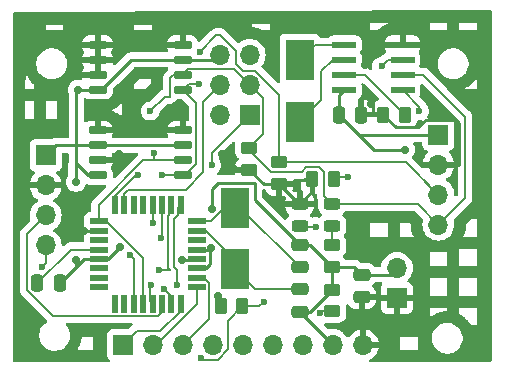
<source format=gtl>
%TF.GenerationSoftware,KiCad,Pcbnew,8.0.8*%
%TF.CreationDate,2025-03-21T07:08:08+05:30*%
%TF.ProjectId,project2_MCU_datalogger,70726f6a-6563-4743-925f-4d43555f6461,1.0*%
%TF.SameCoordinates,Original*%
%TF.FileFunction,Copper,L1,Top*%
%TF.FilePolarity,Positive*%
%FSLAX46Y46*%
G04 Gerber Fmt 4.6, Leading zero omitted, Abs format (unit mm)*
G04 Created by KiCad (PCBNEW 8.0.8) date 2025-03-21 07:08:08*
%MOMM*%
%LPD*%
G01*
G04 APERTURE LIST*
G04 Aperture macros list*
%AMRoundRect*
0 Rectangle with rounded corners*
0 $1 Rounding radius*
0 $2 $3 $4 $5 $6 $7 $8 $9 X,Y pos of 4 corners*
0 Add a 4 corners polygon primitive as box body*
4,1,4,$2,$3,$4,$5,$6,$7,$8,$9,$2,$3,0*
0 Add four circle primitives for the rounded corners*
1,1,$1+$1,$2,$3*
1,1,$1+$1,$4,$5*
1,1,$1+$1,$6,$7*
1,1,$1+$1,$8,$9*
0 Add four rect primitives between the rounded corners*
20,1,$1+$1,$2,$3,$4,$5,0*
20,1,$1+$1,$4,$5,$6,$7,0*
20,1,$1+$1,$6,$7,$8,$9,0*
20,1,$1+$1,$8,$9,$2,$3,0*%
G04 Aperture macros list end*
%TA.AperFunction,SMDPad,CuDef*%
%ADD10RoundRect,0.250000X0.250000X0.475000X-0.250000X0.475000X-0.250000X-0.475000X0.250000X-0.475000X0*%
%TD*%
%TA.AperFunction,ComponentPad*%
%ADD11R,1.700000X1.700000*%
%TD*%
%TA.AperFunction,ComponentPad*%
%ADD12O,1.700000X1.700000*%
%TD*%
%TA.AperFunction,SMDPad,CuDef*%
%ADD13RoundRect,0.250000X0.450000X-0.262500X0.450000X0.262500X-0.450000X0.262500X-0.450000X-0.262500X0*%
%TD*%
%TA.AperFunction,SMDPad,CuDef*%
%ADD14RoundRect,0.250000X0.475000X-0.250000X0.475000X0.250000X-0.475000X0.250000X-0.475000X-0.250000X0*%
%TD*%
%TA.AperFunction,SMDPad,CuDef*%
%ADD15RoundRect,0.250000X-0.262500X-0.450000X0.262500X-0.450000X0.262500X0.450000X-0.262500X0.450000X0*%
%TD*%
%TA.AperFunction,SMDPad,CuDef*%
%ADD16RoundRect,0.073750X-0.911250X-0.221250X0.911250X-0.221250X0.911250X0.221250X-0.911250X0.221250X0*%
%TD*%
%TA.AperFunction,SMDPad,CuDef*%
%ADD17RoundRect,0.243750X0.456250X-0.243750X0.456250X0.243750X-0.456250X0.243750X-0.456250X-0.243750X0*%
%TD*%
%TA.AperFunction,SMDPad,CuDef*%
%ADD18RoundRect,0.150000X-0.650000X-0.150000X0.650000X-0.150000X0.650000X0.150000X-0.650000X0.150000X0*%
%TD*%
%TA.AperFunction,SMDPad,CuDef*%
%ADD19RoundRect,0.068750X0.666250X0.206250X-0.666250X0.206250X-0.666250X-0.206250X0.666250X-0.206250X0*%
%TD*%
%TA.AperFunction,SMDPad,CuDef*%
%ADD20RoundRect,0.068750X0.206250X0.666250X-0.206250X0.666250X-0.206250X-0.666250X0.206250X-0.666250X0*%
%TD*%
%TA.AperFunction,SMDPad,CuDef*%
%ADD21R,2.400000X3.500000*%
%TD*%
%TA.AperFunction,SMDPad,CuDef*%
%ADD22RoundRect,0.250000X-0.475000X0.250000X-0.475000X-0.250000X0.475000X-0.250000X0.475000X0.250000X0*%
%TD*%
%TA.AperFunction,ViaPad*%
%ADD23C,0.700000*%
%TD*%
%TA.AperFunction,ViaPad*%
%ADD24C,0.600000*%
%TD*%
%TA.AperFunction,Conductor*%
%ADD25C,0.200000*%
%TD*%
%TA.AperFunction,Conductor*%
%ADD26C,0.250000*%
%TD*%
G04 APERTURE END LIST*
D10*
%TO.P,C4,1*%
%TO.N,/VCC*%
X54450000Y-26500000D03*
%TO.P,C4,2*%
%TO.N,GND*%
X52550000Y-26500000D03*
%TD*%
D11*
%TO.P,J3,1,Pin_1*%
%TO.N,/D2*%
X34300000Y-46000000D03*
D12*
%TO.P,J3,2,Pin_2*%
%TO.N,/D3*%
X36840000Y-46000000D03*
%TO.P,J3,3,Pin_3*%
%TO.N,/D4*%
X39380000Y-46000000D03*
%TO.P,J3,4,Pin_4*%
%TO.N,/D5*%
X41920000Y-46000000D03*
%TO.P,J3,5,Pin_5*%
%TO.N,/D6*%
X44460000Y-46000000D03*
%TO.P,J3,6,Pin_6*%
%TO.N,/D7*%
X47000000Y-46000000D03*
%TO.P,J3,7,Pin_7*%
%TO.N,/D8*%
X49540000Y-46000000D03*
%TO.P,J3,8,Pin_8*%
%TO.N,GND*%
X52080000Y-46000000D03*
%TO.P,J3,9,Pin_9*%
%TO.N,/VCC*%
X54620000Y-46000000D03*
%TD*%
D13*
%TO.P,R1,1*%
%TO.N,/VCC*%
X45000000Y-31162500D03*
%TO.P,R1,2*%
%TO.N,/SCK*%
X45000000Y-29337500D03*
%TD*%
D14*
%TO.P,C5,1*%
%TO.N,/VCC*%
X54500000Y-41950000D03*
%TO.P,C5,2*%
%TO.N,GND*%
X54500000Y-40050000D03*
%TD*%
D15*
%TO.P,R6,1*%
%TO.N,/VCC*%
X56337500Y-26500000D03*
%TO.P,R6,2*%
%TO.N,Net-(U3-~{INTA})*%
X58162500Y-26500000D03*
%TD*%
D16*
%TO.P,U3,1,X1*%
%TO.N,Net-(U3-X1)*%
X53025000Y-20595000D03*
%TO.P,U3,2,X2*%
%TO.N,Net-(U3-X2)*%
X53025000Y-21865000D03*
%TO.P,U3,3,~{INTA}*%
%TO.N,Net-(U3-~{INTA})*%
X53025000Y-23135000D03*
%TO.P,U3,4,GND*%
%TO.N,GND*%
X53025000Y-24405000D03*
%TO.P,U3,5,SDA*%
%TO.N,/SDA*%
X57975000Y-24405000D03*
%TO.P,U3,6,SCL*%
%TO.N,/SCK*%
X57975000Y-23135000D03*
%TO.P,U3,7,SQW/~INT*%
%TO.N,Net-(U3-SQW{slash}~INT)*%
X57975000Y-21865000D03*
%TO.P,U3,8,VCC*%
%TO.N,/VCC*%
X57975000Y-20595000D03*
%TD*%
D17*
%TO.P,D2,1,K*%
%TO.N,Net-(D2-K)*%
X49250000Y-35937500D03*
%TO.P,D2,2,A*%
%TO.N,/VCC*%
X49250000Y-34062500D03*
%TD*%
D11*
%TO.P,J4,1,Pin_1*%
%TO.N,/MISO*%
X45025000Y-26525000D03*
D12*
%TO.P,J4,2,Pin_2*%
%TO.N,/VCC*%
X42485000Y-26525000D03*
%TO.P,J4,3,Pin_3*%
%TO.N,/SCK*%
X45025000Y-23985000D03*
%TO.P,J4,4,Pin_4*%
%TO.N,/MOSI*%
X42485000Y-23985000D03*
%TO.P,J4,5,Pin_5*%
%TO.N,/RESET*%
X45025000Y-21445000D03*
%TO.P,J4,6,Pin_6*%
%TO.N,GND*%
X42485000Y-21445000D03*
%TD*%
D18*
%TO.P,U2,1,A0*%
%TO.N,/VCC*%
X32150000Y-27845000D03*
%TO.P,U2,2,A1*%
%TO.N,GND*%
X32150000Y-29115000D03*
%TO.P,U2,3,A2*%
%TO.N,/VCC*%
X32150000Y-30385000D03*
%TO.P,U2,4,GND*%
%TO.N,GND*%
X32150000Y-31655000D03*
%TO.P,U2,5,SDA*%
%TO.N,/SDA*%
X39350000Y-31655000D03*
%TO.P,U2,6,SCL*%
%TO.N,/SCK*%
X39350000Y-30385000D03*
%TO.P,U2,7,WP*%
%TO.N,GND*%
X39350000Y-29115000D03*
%TO.P,U2,8,VCC*%
%TO.N,/VCC*%
X39350000Y-27845000D03*
%TD*%
D13*
%TO.P,R7,1*%
%TO.N,GND*%
X52000000Y-39412500D03*
%TO.P,R7,2*%
%TO.N,Net-(D1-K)*%
X52000000Y-37587500D03*
%TD*%
D15*
%TO.P,R4,1*%
%TO.N,/VCC*%
X42587500Y-42750000D03*
%TO.P,R4,2*%
%TO.N,/RESET*%
X44412500Y-42750000D03*
%TD*%
D19*
%TO.P,U4,1,PD3*%
%TO.N,/D3*%
X40565000Y-41135000D03*
%TO.P,U4,2,PD4*%
%TO.N,/D4*%
X40565000Y-40335000D03*
%TO.P,U4,3,GND*%
%TO.N,GND*%
X40565000Y-39535000D03*
%TO.P,U4,4,VCC*%
%TO.N,/VCC*%
X40565000Y-38735000D03*
%TO.P,U4,5,GND*%
%TO.N,GND*%
X40565000Y-37935000D03*
%TO.P,U4,6,VCC*%
%TO.N,unconnected-(U4-VCC-Pad6)*%
X40565000Y-37135000D03*
%TO.P,U4,7,PB6*%
%TO.N,Net-(U4-PB6)*%
X40565000Y-36335000D03*
%TO.P,U4,8,PB7*%
%TO.N,Net-(U4-PB7)*%
X40565000Y-35535000D03*
D20*
%TO.P,U4,9,PD5*%
%TO.N,/D5*%
X39195000Y-34165000D03*
%TO.P,U4,10,PD6*%
%TO.N,/D6*%
X38395000Y-34165000D03*
%TO.P,U4,11,PD7*%
%TO.N,/D7*%
X37595000Y-34165000D03*
%TO.P,U4,12,PB0*%
%TO.N,/D8*%
X36795000Y-34165000D03*
%TO.P,U4,13,PB1*%
%TO.N,unconnected-(U4-PB1-Pad13)*%
X35995000Y-34165000D03*
%TO.P,U4,14,PB2*%
%TO.N,unconnected-(U4-PB2-Pad14)*%
X35195000Y-34165000D03*
%TO.P,U4,15,PB3*%
%TO.N,/MOSI*%
X34395000Y-34165000D03*
%TO.P,U4,16,PB4*%
%TO.N,/MISO*%
X33595000Y-34165000D03*
D19*
%TO.P,U4,17,PB5*%
%TO.N,/SCK*%
X32225000Y-35535000D03*
%TO.P,U4,18,AVCC*%
%TO.N,/VCC*%
X32225000Y-36335000D03*
%TO.P,U4,19,ADC6*%
%TO.N,unconnected-(U4-ADC6-Pad19)*%
X32225000Y-37135000D03*
%TO.P,U4,20,AREF*%
%TO.N,Net-(U4-AREF)*%
X32225000Y-37935000D03*
%TO.P,U4,21,GND*%
%TO.N,GND*%
X32225000Y-38735000D03*
%TO.P,U4,22,ADC7*%
%TO.N,unconnected-(U4-ADC7-Pad22)*%
X32225000Y-39535000D03*
%TO.P,U4,23,PC0*%
%TO.N,unconnected-(U4-PC0-Pad23)*%
X32225000Y-40335000D03*
%TO.P,U4,24,PC1*%
%TO.N,unconnected-(U4-PC1-Pad24)*%
X32225000Y-41135000D03*
D20*
%TO.P,U4,25,PC2*%
%TO.N,unconnected-(U4-PC2-Pad25)*%
X33595000Y-42505000D03*
%TO.P,U4,26,PC3*%
%TO.N,unconnected-(U4-PC3-Pad26)*%
X34395000Y-42505000D03*
%TO.P,U4,27,PC4*%
%TO.N,/SDA*%
X35195000Y-42505000D03*
%TO.P,U4,28,PC5*%
%TO.N,/SCK*%
X35995000Y-42505000D03*
%TO.P,U4,29,PC6/~{RESET}*%
%TO.N,/RESET*%
X36795000Y-42505000D03*
%TO.P,U4,30,PD0*%
%TO.N,/RX*%
X37595000Y-42505000D03*
%TO.P,U4,31,PD1*%
%TO.N,/TX*%
X38395000Y-42505000D03*
%TO.P,U4,32,PD2*%
%TO.N,/D2*%
X39195000Y-42505000D03*
%TD*%
D11*
%TO.P,BT1,1,+*%
%TO.N,/VCC*%
X57500000Y-42025000D03*
D12*
%TO.P,BT1,2,-*%
%TO.N,GND*%
X57500000Y-39485000D03*
%TD*%
D11*
%TO.P,J1,1,Pin_1*%
%TO.N,GND*%
X61000000Y-28200000D03*
D12*
%TO.P,J1,2,Pin_2*%
%TO.N,/VCC*%
X61000000Y-30740000D03*
%TO.P,J1,3,Pin_3*%
%TO.N,/SDA*%
X61000000Y-33280000D03*
%TO.P,J1,4,Pin_4*%
%TO.N,/SCK*%
X61000000Y-35820000D03*
%TD*%
D21*
%TO.P,Y1,1,1*%
%TO.N,Net-(U3-X2)*%
X49250000Y-27100000D03*
%TO.P,Y1,2,2*%
%TO.N,Net-(U3-X1)*%
X49250000Y-21900000D03*
%TD*%
D22*
%TO.P,C3,1*%
%TO.N,GND*%
X49250000Y-37550000D03*
%TO.P,C3,2*%
%TO.N,Net-(U4-PB7)*%
X49250000Y-39450000D03*
%TD*%
D13*
%TO.P,R3,1*%
%TO.N,Net-(D2-K)*%
X52000000Y-43162500D03*
%TO.P,R3,2*%
%TO.N,GND*%
X52000000Y-41337500D03*
%TD*%
D11*
%TO.P,J2,1,Pin_1*%
%TO.N,GND*%
X27750000Y-29960000D03*
D12*
%TO.P,J2,2,Pin_2*%
%TO.N,/VCC*%
X27750000Y-32500000D03*
%TO.P,J2,3,Pin_3*%
%TO.N,/RX*%
X27750000Y-35040000D03*
%TO.P,J2,4,Pin_4*%
%TO.N,/TX*%
X27750000Y-37580000D03*
%TD*%
D10*
%TO.P,C1,1*%
%TO.N,GND*%
X28950000Y-40750000D03*
%TO.P,C1,2*%
%TO.N,Net-(U4-AREF)*%
X27050000Y-40750000D03*
%TD*%
D17*
%TO.P,D1,1,K*%
%TO.N,Net-(D1-K)*%
X52000000Y-35937500D03*
%TO.P,D1,2,A*%
%TO.N,/SCK*%
X52000000Y-34062500D03*
%TD*%
D21*
%TO.P,Y2,1,1*%
%TO.N,Net-(U4-PB7)*%
X43750000Y-34400000D03*
%TO.P,Y2,2,2*%
%TO.N,Net-(U4-PB6)*%
X43750000Y-39600000D03*
%TD*%
D13*
%TO.P,R2,1*%
%TO.N,/VCC*%
X47500000Y-32362500D03*
%TO.P,R2,2*%
%TO.N,/SDA*%
X47500000Y-30537500D03*
%TD*%
D14*
%TO.P,C2,1*%
%TO.N,GND*%
X49250000Y-43200000D03*
%TO.P,C2,2*%
%TO.N,Net-(U4-PB6)*%
X49250000Y-41300000D03*
%TD*%
D18*
%TO.P,U1,1,A0*%
%TO.N,/VCC*%
X32150000Y-20595000D03*
%TO.P,U1,2,A1*%
X32150000Y-21865000D03*
%TO.P,U1,3,A2*%
X32150000Y-23135000D03*
%TO.P,U1,4,GND*%
%TO.N,GND*%
X32150000Y-24405000D03*
%TO.P,U1,5,SDA*%
%TO.N,/SDA*%
X39350000Y-24405000D03*
%TO.P,U1,6,SCL*%
%TO.N,/SCK*%
X39350000Y-23135000D03*
%TO.P,U1,7,WP*%
%TO.N,GND*%
X39350000Y-21865000D03*
%TO.P,U1,8,VCC*%
%TO.N,/VCC*%
X39350000Y-20595000D03*
%TD*%
D15*
%TO.P,R5,1*%
%TO.N,/VCC*%
X50337500Y-32000000D03*
%TO.P,R5,2*%
%TO.N,Net-(U3-SQW{slash}~INT)*%
X52162500Y-32000000D03*
%TD*%
D23*
%TO.N,GND*%
X30300000Y-38800000D03*
X34083328Y-37716672D03*
X30300000Y-32200000D03*
X58166000Y-29464000D03*
X41800000Y-34500000D03*
X41745468Y-37770419D03*
X30500000Y-24400000D03*
%TO.N,/VCC*%
X55300000Y-25600000D03*
X34000000Y-29840000D03*
X54800000Y-22300000D03*
X42300000Y-41895437D03*
X31025000Y-36322000D03*
X42719975Y-29819975D03*
X33985200Y-27845000D03*
X39400000Y-26500000D03*
X39308000Y-38800000D03*
D24*
%TO.N,/SCK*%
X36900000Y-29790000D03*
X36600000Y-26200000D03*
%TO.N,Net-(D2-K)*%
X50600000Y-36000000D03*
X50952298Y-43339798D03*
%TO.N,/SDA*%
X34900000Y-38400000D03*
X40700000Y-23900000D03*
X37600000Y-31655000D03*
X40800000Y-21190000D03*
X59400000Y-26200000D03*
%TO.N,/TX*%
X37800000Y-41270000D03*
X27400000Y-39400000D03*
%TO.N,/D8*%
X36795000Y-35661600D03*
%TO.N,/D6*%
X37338000Y-39624000D03*
%TO.N,/D5*%
X38862000Y-40894000D03*
%TO.N,/D7*%
X37500000Y-36922000D03*
%TO.N,/MISO*%
X41800000Y-30800000D03*
X35556317Y-31656317D03*
%TO.N,/RESET*%
X46200000Y-42400000D03*
X36640735Y-40959265D03*
X40894000Y-47150000D03*
%TO.N,Net-(U3-SQW{slash}~INT)*%
X53340000Y-31750000D03*
X56200000Y-22400000D03*
%TD*%
D25*
%TO.N,Net-(U4-AREF)*%
X29865000Y-37935000D02*
X27050000Y-40750000D01*
X32225000Y-37935000D02*
X29865000Y-37935000D01*
D26*
%TO.N,GND*%
X58166000Y-29464000D02*
X55514000Y-29464000D01*
X28950000Y-40750000D02*
X30300000Y-39400000D01*
X30500000Y-24400000D02*
X30327600Y-24572400D01*
X52080000Y-46000000D02*
X49280000Y-43200000D01*
X49250000Y-37550000D02*
X45466000Y-33766000D01*
X41675000Y-39160000D02*
X41300000Y-39535000D01*
X41675000Y-37840887D02*
X41675000Y-39160000D01*
X52550000Y-24880000D02*
X53025000Y-24405000D01*
X50137500Y-37550000D02*
X52000000Y-39412500D01*
X61000000Y-28200000D02*
X61000000Y-28878935D01*
X42065000Y-21865000D02*
X42485000Y-21445000D01*
X54250000Y-28200000D02*
X61000000Y-28200000D01*
X30327600Y-24572400D02*
X30327600Y-29115000D01*
X45405394Y-32275000D02*
X42368000Y-32275000D01*
X39350000Y-21865000D02*
X34966618Y-21865000D01*
X41300000Y-39535000D02*
X40565000Y-39535000D01*
X41745468Y-37770419D02*
X41675000Y-37840887D01*
X53862500Y-39412500D02*
X54500000Y-40050000D01*
X56935000Y-40050000D02*
X57500000Y-39485000D01*
X30965000Y-38735000D02*
X32225000Y-38735000D01*
X30300000Y-39400000D02*
X30300000Y-38800000D01*
X54500000Y-40050000D02*
X56935000Y-40050000D01*
X32150000Y-31655000D02*
X31350001Y-31655000D01*
X28595000Y-29115000D02*
X30327600Y-29115000D01*
X42368000Y-32275000D02*
X41800000Y-32843000D01*
X49280000Y-43200000D02*
X49250000Y-43200000D01*
X39350000Y-21865000D02*
X42065000Y-21865000D01*
X49250000Y-43200000D02*
X50137500Y-43200000D01*
X39350000Y-29115000D02*
X32150000Y-29115000D01*
X52550000Y-26500000D02*
X54250000Y-28200000D01*
X52000000Y-39412500D02*
X52000000Y-41337500D01*
X31350001Y-31655000D02*
X30327600Y-30632599D01*
X52550000Y-26500000D02*
X52550000Y-24880000D01*
X41580887Y-37935000D02*
X40565000Y-37935000D01*
X34966618Y-21865000D02*
X32426618Y-24405000D01*
X32426618Y-24405000D02*
X32150000Y-24405000D01*
X32150000Y-24405000D02*
X30505000Y-24405000D01*
X30327600Y-29115000D02*
X32150000Y-29115000D01*
X50137500Y-43200000D02*
X52000000Y-41337500D01*
X41745468Y-37770419D02*
X41580887Y-37935000D01*
X27750000Y-29960000D02*
X28595000Y-29115000D01*
X55514000Y-29464000D02*
X52550000Y-26500000D01*
X30300000Y-32200000D02*
X30300000Y-30660199D01*
X30300000Y-30660199D02*
X30327600Y-30632599D01*
X30327600Y-30632599D02*
X30327600Y-29115000D01*
X28950000Y-40750000D02*
X30965000Y-38735000D01*
X49250000Y-37550000D02*
X50137500Y-37550000D01*
X30505000Y-24405000D02*
X30500000Y-24400000D01*
X32225000Y-38735000D02*
X33065000Y-38735000D01*
X45466000Y-33766000D02*
X45466000Y-32335606D01*
X34083328Y-37716672D02*
X33065000Y-38735000D01*
X52000000Y-39412500D02*
X53862500Y-39412500D01*
X45466000Y-32335606D02*
X45405394Y-32275000D01*
X41800000Y-32843000D02*
X41800000Y-34500000D01*
D25*
%TO.N,Net-(U4-PB6)*%
X49250000Y-41300000D02*
X45450000Y-41300000D01*
X43750000Y-39600000D02*
X43750000Y-38785000D01*
X45450000Y-41300000D02*
X43750000Y-39600000D01*
X41300000Y-36335000D02*
X40565000Y-36335000D01*
X43750000Y-38785000D02*
X41300000Y-36335000D01*
%TO.N,Net-(U4-PB7)*%
X42889950Y-34400000D02*
X41754950Y-35535000D01*
X43750000Y-34400000D02*
X42889950Y-34400000D01*
X41754950Y-35535000D02*
X40565000Y-35535000D01*
X49250000Y-39450000D02*
X44200000Y-34400000D01*
X44200000Y-34400000D02*
X43750000Y-34400000D01*
D26*
%TO.N,/VCC*%
X57425000Y-41950000D02*
X57500000Y-42025000D01*
X40500000Y-38800000D02*
X40565000Y-38735000D01*
X56337500Y-26500000D02*
X57412500Y-27575000D01*
X54620000Y-42070000D02*
X54500000Y-41950000D01*
X39350000Y-26550000D02*
X39400000Y-26500000D01*
X57975000Y-20595000D02*
X56367000Y-20595000D01*
X32150000Y-23135000D02*
X32150000Y-21865000D01*
X50337500Y-32975000D02*
X50337500Y-32000000D01*
X32150000Y-20595000D02*
X39350000Y-20595000D01*
X49250000Y-34062500D02*
X50337500Y-32975000D01*
X33985200Y-27845000D02*
X32150000Y-27845000D01*
X57412500Y-27575000D02*
X59293000Y-27575000D01*
X45000000Y-31162500D02*
X44062500Y-31162500D01*
X62738000Y-30734000D02*
X62484000Y-30734000D01*
X33455000Y-30385000D02*
X34000000Y-29840000D01*
X40663000Y-38585000D02*
X41165913Y-38585000D01*
X54620000Y-46000000D02*
X54620000Y-42070000D01*
X55300000Y-25600000D02*
X55473600Y-25773600D01*
X32225000Y-36335000D02*
X30747000Y-36335000D01*
X39350000Y-27845000D02*
X39350000Y-26550000D01*
X44062500Y-31162500D02*
X42719975Y-29819975D01*
X56367000Y-20595000D02*
X54800000Y-22162000D01*
X62484000Y-30734000D02*
X62478000Y-30740000D01*
X30734000Y-36322000D02*
X31025000Y-36322000D01*
X56337500Y-26500000D02*
X55473600Y-26500000D01*
X40565000Y-38683000D02*
X40663000Y-38585000D01*
X59293000Y-27575000D02*
X59911000Y-26957000D01*
X46200000Y-32362500D02*
X45000000Y-31162500D01*
X55473600Y-26500000D02*
X54450000Y-26500000D01*
X54500000Y-41950000D02*
X57425000Y-41950000D01*
X55473600Y-25773600D02*
X55473600Y-26500000D01*
X42587500Y-42750000D02*
X42587500Y-42182937D01*
X30747000Y-36335000D02*
X30734000Y-36322000D01*
X39308000Y-38800000D02*
X40500000Y-38800000D01*
X49200000Y-34062500D02*
X47500000Y-32362500D01*
X62478000Y-30740000D02*
X61000000Y-30740000D01*
X27750000Y-32500000D02*
X27750000Y-32595000D01*
X54800000Y-22162000D02*
X54800000Y-22300000D01*
X59911000Y-26957000D02*
X62517000Y-26957000D01*
X39350000Y-27845000D02*
X33985200Y-27845000D01*
X40565000Y-38735000D02*
X40565000Y-38683000D01*
X62738000Y-27178000D02*
X62738000Y-30734000D01*
X42587500Y-42182937D02*
X42300000Y-41895437D01*
X61000000Y-30740000D02*
X61000000Y-31400000D01*
X62517000Y-26957000D02*
X62738000Y-27178000D01*
X47500000Y-32362500D02*
X46200000Y-32362500D01*
X42587500Y-42750000D02*
X42587500Y-42677450D01*
X49250000Y-34062500D02*
X49200000Y-34062500D01*
X42587500Y-42677450D02*
X42299999Y-42389949D01*
X32150000Y-30385000D02*
X33455000Y-30385000D01*
X32150000Y-20595000D02*
X32150000Y-21865000D01*
D25*
%TO.N,/SCK*%
X39350000Y-23135000D02*
X38550001Y-23135000D01*
X38250000Y-23435001D02*
X38250000Y-24987500D01*
X57975000Y-23135000D02*
X59711000Y-23135000D01*
X45000000Y-29534744D02*
X46815256Y-31350000D01*
X37812500Y-24987500D02*
X36600000Y-26200000D01*
X36900000Y-30251800D02*
X37033200Y-30385000D01*
X35995000Y-38638394D02*
X32891606Y-35535000D01*
X43685000Y-22645000D02*
X45025000Y-23985000D01*
X46815256Y-31350000D02*
X49419544Y-31350000D01*
X35979104Y-30385000D02*
X37033200Y-30385000D01*
X37033200Y-30385000D02*
X39350000Y-30385000D01*
X63246000Y-26670000D02*
X63246000Y-33574000D01*
X32891606Y-35535000D02*
X32225000Y-35535000D01*
X39350000Y-23135000D02*
X39840000Y-22645000D01*
X36900000Y-29790000D02*
X36900000Y-30251800D01*
X52000000Y-34062500D02*
X59242500Y-34062500D01*
X59242500Y-34062500D02*
X61000000Y-35820000D01*
X46175000Y-25135000D02*
X45025000Y-23985000D01*
X45000000Y-29337500D02*
X45000000Y-29534744D01*
X45000000Y-29337500D02*
X46175000Y-28162500D01*
X51308000Y-31402544D02*
X51308000Y-33370500D01*
X49819544Y-30950000D02*
X50855456Y-30950000D01*
X63246000Y-33574000D02*
X61000000Y-35820000D01*
X38250000Y-24987500D02*
X37812500Y-24987500D01*
X50855456Y-30950000D02*
X51308000Y-31402544D01*
X38550001Y-23135000D02*
X38250000Y-23435001D01*
X32225000Y-34139104D02*
X35979104Y-30385000D01*
X51308000Y-33370500D02*
X52000000Y-34062500D01*
X35995000Y-42505000D02*
X35995000Y-38638394D01*
X32225000Y-35535000D02*
X32225000Y-34139104D01*
X39840000Y-22645000D02*
X43685000Y-22645000D01*
X59711000Y-23135000D02*
X63246000Y-26670000D01*
X46175000Y-28162500D02*
X46175000Y-25135000D01*
X49419544Y-31350000D02*
X49819544Y-30950000D01*
%TO.N,Net-(D1-K)*%
X52000000Y-37587500D02*
X52000000Y-35937500D01*
%TO.N,Net-(D2-K)*%
X49312500Y-36000000D02*
X49250000Y-35937500D01*
X52000000Y-43162500D02*
X51129596Y-43162500D01*
X51129596Y-43162500D02*
X50952298Y-43339798D01*
X50600000Y-36000000D02*
X49312500Y-36000000D01*
%TO.N,/SDA*%
X39520552Y-31655000D02*
X39350000Y-31655000D01*
X47500000Y-30537500D02*
X58257500Y-30537500D01*
X39350000Y-24405000D02*
X40500000Y-25555000D01*
X59800000Y-32080000D02*
X61000000Y-33280000D01*
X35195000Y-38695000D02*
X34900000Y-38400000D01*
X42204363Y-19785637D02*
X40800000Y-21190000D01*
X44440686Y-22835000D02*
X43850686Y-22245000D01*
X43850686Y-22245000D02*
X43850686Y-21113629D01*
X40500000Y-30675552D02*
X39520552Y-31655000D01*
X40700000Y-23900000D02*
X39855000Y-23900000D01*
X45501346Y-22835000D02*
X44440686Y-22835000D01*
X58257500Y-30537500D02*
X61000000Y-33280000D01*
X47500000Y-30537500D02*
X47500000Y-24833654D01*
X43850686Y-21113629D02*
X42522694Y-19785637D01*
X42522694Y-19785637D02*
X42204363Y-19785637D01*
X37600000Y-31655000D02*
X39350000Y-31655000D01*
X40500000Y-25555000D02*
X40500000Y-30675552D01*
X47500000Y-24833654D02*
X45501346Y-22835000D01*
X57975000Y-24405000D02*
X59400000Y-25830000D01*
X35195000Y-42505000D02*
X35195000Y-38695000D01*
X39855000Y-23900000D02*
X39350000Y-24405000D01*
X59400000Y-25830000D02*
X59400000Y-26200000D01*
%TO.N,/TX*%
X27750000Y-39050000D02*
X27400000Y-39400000D01*
X27750000Y-37580000D02*
X27750000Y-39050000D01*
X37800000Y-41270000D02*
X38395000Y-41865000D01*
X38395000Y-41865000D02*
X38395000Y-42505000D01*
%TO.N,/RX*%
X37595000Y-42505000D02*
X37595000Y-43240000D01*
X26162000Y-41371744D02*
X26162000Y-36628000D01*
X28330256Y-43540000D02*
X26162000Y-41371744D01*
X37295000Y-43540000D02*
X28330256Y-43540000D01*
X26162000Y-36628000D02*
X27750000Y-35040000D01*
X37595000Y-43240000D02*
X37295000Y-43540000D01*
%TO.N,/D8*%
X36795000Y-35661600D02*
X36795000Y-34165000D01*
%TO.N,/D6*%
X38170000Y-34985896D02*
X38170000Y-34390000D01*
X38170000Y-34390000D02*
X38395000Y-34165000D01*
X38249000Y-39624000D02*
X38100000Y-39475000D01*
X37338000Y-39624000D02*
X38249000Y-39624000D01*
X38100000Y-35055896D02*
X38170000Y-34985896D01*
X38100000Y-39475000D02*
X38100000Y-35055896D01*
%TO.N,/D3*%
X40565000Y-42530896D02*
X40565000Y-41135000D01*
X37095896Y-46000000D02*
X40565000Y-42530896D01*
X36840000Y-46000000D02*
X37095896Y-46000000D01*
%TO.N,/D4*%
X41600000Y-43780000D02*
X41600000Y-40774104D01*
X41160896Y-40335000D02*
X40565000Y-40335000D01*
X41600000Y-43780000D02*
X39380000Y-46000000D01*
X41600000Y-40774104D02*
X41160896Y-40335000D01*
%TO.N,/D5*%
X38862000Y-39624000D02*
X38608000Y-39370000D01*
X38608000Y-35347896D02*
X38970000Y-34985896D01*
X38970000Y-34390000D02*
X39195000Y-34165000D01*
X38970000Y-34985896D02*
X38970000Y-34390000D01*
X38862000Y-40894000D02*
X38862000Y-39624000D01*
X38608000Y-39370000D02*
X38608000Y-35347896D01*
%TO.N,/D2*%
X37445896Y-44850000D02*
X35450000Y-44850000D01*
X35450000Y-44850000D02*
X34300000Y-46000000D01*
X39195000Y-42505000D02*
X39195000Y-43100896D01*
X39195000Y-43100896D02*
X37445896Y-44850000D01*
%TO.N,/D7*%
X37595000Y-36827000D02*
X37595000Y-34165000D01*
X37500000Y-36922000D02*
X37595000Y-36827000D01*
%TO.N,/MOSI*%
X42485000Y-23985000D02*
X41039000Y-25431000D01*
X41039000Y-31406552D02*
X39590552Y-32855000D01*
X39590552Y-32855000D02*
X34735686Y-32855000D01*
X34735686Y-32855000D02*
X34395000Y-33195686D01*
X41039000Y-25431000D02*
X41039000Y-31406552D01*
X34395000Y-33195686D02*
X34395000Y-34165000D01*
%TO.N,/MISO*%
X35368683Y-31656317D02*
X33595000Y-33430000D01*
X45025000Y-26525000D02*
X41800000Y-29750000D01*
X33595000Y-33430000D02*
X33595000Y-34165000D01*
X41800000Y-29750000D02*
X41800000Y-30800000D01*
X35556317Y-31656317D02*
X35368683Y-31656317D01*
%TO.N,/RESET*%
X43167239Y-46379107D02*
X42302346Y-47244000D01*
X45850000Y-42750000D02*
X46200000Y-42400000D01*
X36576000Y-40894530D02*
X36576000Y-42286000D01*
X43167239Y-43995261D02*
X43167239Y-46379107D01*
X44412500Y-42750000D02*
X45850000Y-42750000D01*
X36576000Y-42286000D02*
X36795000Y-42505000D01*
X40894000Y-47244000D02*
X40894000Y-47150000D01*
X44412500Y-42750000D02*
X43167239Y-43995261D01*
X42302346Y-47244000D02*
X40894000Y-47244000D01*
%TO.N,Net-(U3-SQW{slash}~INT)*%
X53340000Y-31750000D02*
X52412500Y-31750000D01*
X56735000Y-21865000D02*
X56200000Y-22400000D01*
X57975000Y-21865000D02*
X56735000Y-21865000D01*
X52412500Y-31750000D02*
X52162500Y-32000000D01*
%TO.N,Net-(U3-~{INTA})*%
X53025000Y-23135000D02*
X54797500Y-23135000D01*
X54797500Y-23135000D02*
X58162500Y-26500000D01*
%TO.N,Net-(U3-X2)*%
X51054000Y-22851000D02*
X51054000Y-25296000D01*
X51054000Y-25296000D02*
X49250000Y-27100000D01*
X52040000Y-21865000D02*
X51054000Y-22851000D01*
X53025000Y-21865000D02*
X52040000Y-21865000D01*
%TO.N,Net-(U3-X1)*%
X50555000Y-20595000D02*
X53025000Y-20595000D01*
X49250000Y-21900000D02*
X50555000Y-20595000D01*
%TD*%
%TA.AperFunction,Conductor*%
%TO.N,/VCC*%
G36*
X65441979Y-17633342D02*
G01*
X65488016Y-17685900D01*
X65499500Y-17738016D01*
X65499500Y-47325500D01*
X65479815Y-47392539D01*
X65427011Y-47438294D01*
X65375500Y-47449500D01*
X55265237Y-47449500D01*
X55198198Y-47429815D01*
X55152443Y-47377011D01*
X55142499Y-47307853D01*
X55171524Y-47244297D01*
X55212832Y-47213118D01*
X55297578Y-47173600D01*
X55491082Y-47038105D01*
X55658105Y-46871082D01*
X55793600Y-46677578D01*
X55893429Y-46463492D01*
X55893432Y-46463486D01*
X55896644Y-46451500D01*
X57748500Y-46451500D01*
X59250500Y-46451500D01*
X59250500Y-45362016D01*
X57748500Y-45362016D01*
X57748500Y-46451500D01*
X55896644Y-46451500D01*
X55950636Y-46250000D01*
X55053012Y-46250000D01*
X55085925Y-46192993D01*
X55120000Y-46065826D01*
X55120000Y-45934174D01*
X55085925Y-45807007D01*
X55053012Y-45750000D01*
X55950636Y-45750000D01*
X55950635Y-45749999D01*
X55893432Y-45536513D01*
X55893429Y-45536507D01*
X55805363Y-45347648D01*
X60449500Y-45347648D01*
X60449500Y-45552351D01*
X60481522Y-45754534D01*
X60544781Y-45949223D01*
X60602746Y-46062984D01*
X60637118Y-46130443D01*
X60637715Y-46131613D01*
X60758028Y-46297213D01*
X60902786Y-46441971D01*
X61057749Y-46554556D01*
X61068390Y-46562287D01*
X61184607Y-46621503D01*
X61250776Y-46655218D01*
X61250778Y-46655218D01*
X61250781Y-46655220D01*
X61343681Y-46685405D01*
X61445465Y-46718477D01*
X61546557Y-46734488D01*
X61647648Y-46750500D01*
X61647649Y-46750500D01*
X61852351Y-46750500D01*
X61852352Y-46750500D01*
X62054534Y-46718477D01*
X62249219Y-46655220D01*
X62431610Y-46562287D01*
X62524590Y-46494732D01*
X62597213Y-46441971D01*
X62597215Y-46441968D01*
X62597219Y-46441966D01*
X62741966Y-46297219D01*
X62741968Y-46297215D01*
X62741971Y-46297213D01*
X62817690Y-46192993D01*
X62862287Y-46131610D01*
X62955220Y-45949219D01*
X63018477Y-45754534D01*
X63050500Y-45552352D01*
X63050500Y-45347648D01*
X63018477Y-45145466D01*
X62955220Y-44950781D01*
X62955218Y-44950778D01*
X62955218Y-44950776D01*
X62921503Y-44884607D01*
X62862287Y-44768390D01*
X62836144Y-44732407D01*
X62741971Y-44602786D01*
X62597213Y-44458028D01*
X62431613Y-44337715D01*
X62431612Y-44337714D01*
X62431610Y-44337713D01*
X62348482Y-44295357D01*
X62249223Y-44244781D01*
X62054534Y-44181522D01*
X61879995Y-44153878D01*
X61852352Y-44149500D01*
X61647648Y-44149500D01*
X61623329Y-44153351D01*
X61445465Y-44181522D01*
X61250776Y-44244781D01*
X61068386Y-44337715D01*
X60902786Y-44458028D01*
X60758028Y-44602786D01*
X60637715Y-44768386D01*
X60544781Y-44950776D01*
X60481522Y-45145465D01*
X60449500Y-45347648D01*
X55805363Y-45347648D01*
X55793600Y-45322422D01*
X55793599Y-45322420D01*
X55658113Y-45128926D01*
X55658108Y-45128920D01*
X55491082Y-44961894D01*
X55297578Y-44826399D01*
X55083492Y-44726570D01*
X55083486Y-44726567D01*
X54870000Y-44669364D01*
X54870000Y-45566988D01*
X54812993Y-45534075D01*
X54685826Y-45500000D01*
X54554174Y-45500000D01*
X54427007Y-45534075D01*
X54370000Y-45566988D01*
X54370000Y-44669364D01*
X54369999Y-44669364D01*
X54156513Y-44726567D01*
X54156507Y-44726570D01*
X53942422Y-44826399D01*
X53942420Y-44826400D01*
X53748926Y-44961886D01*
X53748920Y-44961891D01*
X53581891Y-45128920D01*
X53581890Y-45128922D01*
X53451880Y-45314595D01*
X53397303Y-45358219D01*
X53327804Y-45365412D01*
X53265450Y-45333890D01*
X53248730Y-45314594D01*
X53118494Y-45128597D01*
X52951402Y-44961506D01*
X52951395Y-44961501D01*
X52936085Y-44950781D01*
X52874518Y-44907671D01*
X52757834Y-44825967D01*
X52757830Y-44825965D01*
X52726737Y-44811466D01*
X52543663Y-44726097D01*
X52543659Y-44726096D01*
X52543655Y-44726094D01*
X52315413Y-44664938D01*
X52315403Y-44664936D01*
X52080001Y-44644341D01*
X52079999Y-44644341D01*
X51844596Y-44664936D01*
X51844586Y-44664938D01*
X51744126Y-44691856D01*
X51674276Y-44690193D01*
X51624352Y-44659762D01*
X51345601Y-44381011D01*
X51312116Y-44319688D01*
X51317100Y-44249996D01*
X51358972Y-44194063D01*
X51424436Y-44169646D01*
X51445879Y-44169971D01*
X51499991Y-44175500D01*
X52500008Y-44175499D01*
X52500016Y-44175498D01*
X52500019Y-44175498D01*
X52557306Y-44169646D01*
X52602797Y-44164999D01*
X52769334Y-44109814D01*
X52918656Y-44017712D01*
X53042712Y-43893656D01*
X53134814Y-43744334D01*
X53148051Y-43704386D01*
X60248500Y-43704386D01*
X60269492Y-43686455D01*
X60273257Y-43683365D01*
X60296416Y-43665106D01*
X60300304Y-43662163D01*
X60497642Y-43518790D01*
X60501637Y-43516005D01*
X60526131Y-43499639D01*
X60530233Y-43497014D01*
X60563656Y-43476533D01*
X60567856Y-43474071D01*
X60593552Y-43459681D01*
X60597845Y-43457386D01*
X60751501Y-43379094D01*
X62748500Y-43379094D01*
X62902155Y-43457386D01*
X62906448Y-43459681D01*
X62932144Y-43474071D01*
X62936344Y-43476533D01*
X62969767Y-43497014D01*
X62973869Y-43499639D01*
X62998363Y-43516005D01*
X63002358Y-43518790D01*
X63199696Y-43662163D01*
X63203584Y-43665106D01*
X63226743Y-43683365D01*
X63230508Y-43686455D01*
X63260315Y-43711916D01*
X63263954Y-43715150D01*
X63285559Y-43735124D01*
X63289063Y-43738494D01*
X63461506Y-43910937D01*
X63464876Y-43914441D01*
X63484850Y-43936046D01*
X63488084Y-43939685D01*
X63513545Y-43969492D01*
X63516635Y-43973257D01*
X63534894Y-43996416D01*
X63537837Y-44000304D01*
X63681210Y-44197642D01*
X63683995Y-44201637D01*
X63700361Y-44226131D01*
X63702986Y-44230233D01*
X63723467Y-44263656D01*
X63725929Y-44267856D01*
X63740319Y-44293552D01*
X63742614Y-44297845D01*
X63776330Y-44364016D01*
X64250500Y-44364016D01*
X64250500Y-42862016D01*
X62748500Y-42862016D01*
X62748500Y-43379094D01*
X60751501Y-43379094D01*
X60815173Y-43346651D01*
X60819557Y-43344525D01*
X60846333Y-43332182D01*
X60850800Y-43330228D01*
X60887016Y-43315230D01*
X60891547Y-43313457D01*
X60919156Y-43303273D01*
X60923750Y-43301680D01*
X61155717Y-43226308D01*
X61160380Y-43224894D01*
X61188759Y-43216891D01*
X61193478Y-43215660D01*
X61231597Y-43206512D01*
X61236348Y-43205470D01*
X61265211Y-43199730D01*
X61269999Y-43198875D01*
X61510875Y-43160723D01*
X61515699Y-43160055D01*
X61544933Y-43156595D01*
X61549770Y-43156119D01*
X61588849Y-43153041D01*
X61593714Y-43152754D01*
X61623166Y-43151596D01*
X61628038Y-43151500D01*
X61750500Y-43151500D01*
X61750500Y-42862016D01*
X60248500Y-42862016D01*
X60248500Y-43704386D01*
X53148051Y-43704386D01*
X53189999Y-43577797D01*
X53200500Y-43475009D01*
X53200499Y-42849992D01*
X53189999Y-42747203D01*
X53185506Y-42733646D01*
X53183103Y-42663820D01*
X53218833Y-42603777D01*
X53281353Y-42572583D01*
X53350813Y-42580141D01*
X53405159Y-42624053D01*
X53408750Y-42629543D01*
X53432682Y-42668343D01*
X53556654Y-42792315D01*
X53705875Y-42884356D01*
X53705880Y-42884358D01*
X53872302Y-42939505D01*
X53872309Y-42939506D01*
X53975019Y-42949999D01*
X54249999Y-42949999D01*
X54750000Y-42949999D01*
X55024972Y-42949999D01*
X55024986Y-42949998D01*
X55127697Y-42939505D01*
X55294119Y-42884358D01*
X55294124Y-42884356D01*
X55443345Y-42792315D01*
X55567315Y-42668345D01*
X55659356Y-42519124D01*
X55659358Y-42519119D01*
X55714505Y-42352697D01*
X55714506Y-42352690D01*
X55724999Y-42249986D01*
X55725000Y-42249973D01*
X55725000Y-42200000D01*
X54750000Y-42200000D01*
X54750000Y-42949999D01*
X54249999Y-42949999D01*
X54250000Y-42949998D01*
X54250000Y-42074000D01*
X54269685Y-42006961D01*
X54322489Y-41961206D01*
X54374000Y-41950000D01*
X54500000Y-41950000D01*
X54500000Y-41824000D01*
X54519685Y-41756961D01*
X54572489Y-41711206D01*
X54624000Y-41700000D01*
X55724999Y-41700000D01*
X55724999Y-41650028D01*
X55724998Y-41650008D01*
X55714505Y-41547302D01*
X55659358Y-41380880D01*
X55659356Y-41380875D01*
X55567315Y-41231654D01*
X55443344Y-41107683D01*
X55443341Y-41107681D01*
X55440339Y-41105829D01*
X55438713Y-41104021D01*
X55437677Y-41103202D01*
X55437817Y-41103024D01*
X55393617Y-41053880D01*
X55382397Y-40984917D01*
X55410243Y-40920836D01*
X55440344Y-40894754D01*
X55443656Y-40892712D01*
X55567712Y-40768656D01*
X55588839Y-40734402D01*
X55640787Y-40687679D01*
X55694378Y-40675500D01*
X56151623Y-40675500D01*
X56218662Y-40695185D01*
X56264417Y-40747989D01*
X56274361Y-40817147D01*
X56250889Y-40873812D01*
X56206647Y-40932910D01*
X56206645Y-40932913D01*
X56156403Y-41067620D01*
X56156401Y-41067627D01*
X56150000Y-41127155D01*
X56150000Y-41775000D01*
X57066988Y-41775000D01*
X57034075Y-41832007D01*
X57000000Y-41959174D01*
X57000000Y-42090826D01*
X57034075Y-42217993D01*
X57066988Y-42275000D01*
X56150000Y-42275000D01*
X56150000Y-42922844D01*
X56156401Y-42982372D01*
X56156403Y-42982379D01*
X56206645Y-43117086D01*
X56206649Y-43117093D01*
X56292809Y-43232187D01*
X56292812Y-43232190D01*
X56407906Y-43318350D01*
X56407913Y-43318354D01*
X56542620Y-43368596D01*
X56542627Y-43368598D01*
X56602155Y-43374999D01*
X56602172Y-43375000D01*
X57250000Y-43375000D01*
X57250000Y-42458012D01*
X57307007Y-42490925D01*
X57434174Y-42525000D01*
X57565826Y-42525000D01*
X57692993Y-42490925D01*
X57750000Y-42458012D01*
X57750000Y-43375000D01*
X58397828Y-43375000D01*
X58397844Y-43374999D01*
X58457372Y-43368598D01*
X58457379Y-43368596D01*
X58592086Y-43318354D01*
X58592093Y-43318350D01*
X58707187Y-43232190D01*
X58707190Y-43232187D01*
X58793350Y-43117093D01*
X58793354Y-43117086D01*
X58843596Y-42982379D01*
X58843598Y-42982372D01*
X58849999Y-42922844D01*
X58850000Y-42922827D01*
X58850000Y-42275000D01*
X57933012Y-42275000D01*
X57965925Y-42217993D01*
X58000000Y-42090826D01*
X58000000Y-41959174D01*
X57974502Y-41864016D01*
X60248500Y-41864016D01*
X61750500Y-41864016D01*
X62748500Y-41864016D01*
X64250500Y-41864016D01*
X64250500Y-40362016D01*
X62748500Y-40362016D01*
X62748500Y-41864016D01*
X61750500Y-41864016D01*
X61750500Y-40362016D01*
X60248500Y-40362016D01*
X60248500Y-41864016D01*
X57974502Y-41864016D01*
X57965925Y-41832007D01*
X57933012Y-41775000D01*
X58850000Y-41775000D01*
X58850000Y-41127172D01*
X58849999Y-41127155D01*
X58843598Y-41067627D01*
X58843596Y-41067620D01*
X58793354Y-40932913D01*
X58793350Y-40932906D01*
X58707190Y-40817812D01*
X58707187Y-40817809D01*
X58592093Y-40731649D01*
X58592088Y-40731646D01*
X58460528Y-40682577D01*
X58404595Y-40640705D01*
X58380178Y-40575241D01*
X58395030Y-40506968D01*
X58416175Y-40478720D01*
X58538495Y-40356401D01*
X58674035Y-40162830D01*
X58773903Y-39948663D01*
X58835063Y-39720408D01*
X58855659Y-39485000D01*
X58845074Y-39364016D01*
X60248500Y-39364016D01*
X61750500Y-39364016D01*
X62748500Y-39364016D01*
X64250500Y-39364016D01*
X64250500Y-37862016D01*
X62748500Y-37862016D01*
X62748500Y-39364016D01*
X61750500Y-39364016D01*
X61750500Y-38050020D01*
X61748205Y-38050744D01*
X61743008Y-38052259D01*
X61472666Y-38124695D01*
X61467412Y-38125981D01*
X61435454Y-38133066D01*
X61430146Y-38134121D01*
X61387251Y-38141684D01*
X61381904Y-38142507D01*
X61349461Y-38146778D01*
X61344084Y-38147367D01*
X61065287Y-38171759D01*
X61059890Y-38172113D01*
X61027190Y-38173541D01*
X61021780Y-38173659D01*
X60978220Y-38173659D01*
X60972810Y-38173541D01*
X60940110Y-38172113D01*
X60934713Y-38171759D01*
X60655916Y-38147367D01*
X60650539Y-38146778D01*
X60618096Y-38142507D01*
X60612749Y-38141684D01*
X60569854Y-38134121D01*
X60564546Y-38133066D01*
X60532588Y-38125981D01*
X60527334Y-38124695D01*
X60256992Y-38052259D01*
X60251795Y-38050744D01*
X60248500Y-38049705D01*
X60248500Y-39364016D01*
X58845074Y-39364016D01*
X58835063Y-39249592D01*
X58779351Y-39041669D01*
X58773905Y-39021344D01*
X58773904Y-39021343D01*
X58773903Y-39021337D01*
X58674035Y-38807171D01*
X58666638Y-38796606D01*
X58538494Y-38613597D01*
X58371402Y-38446506D01*
X58371395Y-38446501D01*
X58177834Y-38310967D01*
X58177830Y-38310965D01*
X58089290Y-38269678D01*
X57963663Y-38211097D01*
X57963659Y-38211096D01*
X57963655Y-38211094D01*
X57735413Y-38149938D01*
X57735403Y-38149936D01*
X57500001Y-38129341D01*
X57499999Y-38129341D01*
X57264596Y-38149936D01*
X57264586Y-38149938D01*
X57036344Y-38211094D01*
X57036335Y-38211098D01*
X56822171Y-38310964D01*
X56822169Y-38310965D01*
X56628597Y-38446505D01*
X56461505Y-38613597D01*
X56325965Y-38807169D01*
X56325964Y-38807171D01*
X56226098Y-39021335D01*
X56226094Y-39021344D01*
X56164938Y-39249586D01*
X56164936Y-39249596D01*
X56159537Y-39311309D01*
X56134084Y-39376377D01*
X56077493Y-39417355D01*
X56036009Y-39424500D01*
X55694378Y-39424500D01*
X55627339Y-39404815D01*
X55588839Y-39365597D01*
X55587864Y-39364016D01*
X55567712Y-39331344D01*
X55443656Y-39207288D01*
X55312932Y-39126657D01*
X55294336Y-39115187D01*
X55294331Y-39115185D01*
X55292862Y-39114698D01*
X55127797Y-39060001D01*
X55127795Y-39060000D01*
X55025016Y-39049500D01*
X55025009Y-39049500D01*
X54435454Y-39049500D01*
X54368415Y-39029815D01*
X54347773Y-39013181D01*
X54261235Y-38926643D01*
X54217975Y-38897738D01*
X54196722Y-38883537D01*
X54196723Y-38883537D01*
X54196721Y-38883535D01*
X54158790Y-38858190D01*
X54158787Y-38858188D01*
X54158786Y-38858188D01*
X54062281Y-38818215D01*
X54062278Y-38818213D01*
X54062277Y-38818213D01*
X54044958Y-38811039D01*
X54044954Y-38811037D01*
X54044952Y-38811037D01*
X54044948Y-38811036D01*
X54044944Y-38811035D01*
X53972399Y-38796605D01*
X53972398Y-38796605D01*
X53924111Y-38787000D01*
X53924107Y-38787000D01*
X53924106Y-38787000D01*
X53177088Y-38787000D01*
X53110049Y-38767315D01*
X53071549Y-38728097D01*
X53071144Y-38727440D01*
X53042712Y-38681344D01*
X52949049Y-38587681D01*
X52915564Y-38526358D01*
X52920548Y-38456666D01*
X52949049Y-38412319D01*
X52954760Y-38406608D01*
X53042712Y-38318656D01*
X53134814Y-38169334D01*
X53189999Y-38002797D01*
X53200500Y-37900009D01*
X53200499Y-37274992D01*
X53189999Y-37172203D01*
X53134814Y-37005666D01*
X53047444Y-36864016D01*
X55248500Y-36864016D01*
X56750500Y-36864016D01*
X57748500Y-36864016D01*
X58895549Y-36864016D01*
X58812402Y-36685708D01*
X58810223Y-36680756D01*
X58797705Y-36650535D01*
X58795747Y-36645500D01*
X58780846Y-36604568D01*
X58779105Y-36599440D01*
X58769256Y-36568205D01*
X58767741Y-36563008D01*
X58695305Y-36292666D01*
X58694019Y-36287412D01*
X58686934Y-36255454D01*
X58685879Y-36250146D01*
X58678316Y-36207251D01*
X58677493Y-36201904D01*
X58673222Y-36169461D01*
X58672633Y-36164084D01*
X58648241Y-35885287D01*
X58647887Y-35879890D01*
X58646459Y-35847190D01*
X58646341Y-35841780D01*
X58646341Y-35798220D01*
X58646459Y-35792810D01*
X58647887Y-35760110D01*
X58648241Y-35754713D01*
X58650320Y-35730939D01*
X58580381Y-35661000D01*
X57748500Y-35661000D01*
X57748500Y-36864016D01*
X56750500Y-36864016D01*
X56750500Y-35661000D01*
X55248500Y-35661000D01*
X55248500Y-36864016D01*
X53047444Y-36864016D01*
X53042712Y-36856344D01*
X53025879Y-36839511D01*
X52992394Y-36778188D01*
X52997378Y-36708496D01*
X53025881Y-36664147D01*
X53044026Y-36646003D01*
X53135362Y-36497925D01*
X53190087Y-36332775D01*
X53200500Y-36230848D01*
X53200500Y-35644152D01*
X53190087Y-35542225D01*
X53135362Y-35377075D01*
X53135358Y-35377069D01*
X53135357Y-35377066D01*
X53044028Y-35229000D01*
X53044025Y-35228996D01*
X52921004Y-35105975D01*
X52921003Y-35105974D01*
X52920301Y-35105541D01*
X52919921Y-35105118D01*
X52915336Y-35101493D01*
X52915955Y-35100709D01*
X52873575Y-35053598D01*
X52862349Y-34984636D01*
X52890188Y-34920552D01*
X52915455Y-34898657D01*
X52915336Y-34898507D01*
X52918687Y-34895856D01*
X52920299Y-34894459D01*
X52921003Y-34894026D01*
X53044026Y-34771003D01*
X53063263Y-34739815D01*
X53074312Y-34721903D01*
X53126260Y-34675178D01*
X53179850Y-34663000D01*
X58942403Y-34663000D01*
X59009442Y-34682685D01*
X59030084Y-34699319D01*
X59667233Y-35336468D01*
X59700718Y-35397791D01*
X59699327Y-35456241D01*
X59664939Y-35584583D01*
X59664936Y-35584596D01*
X59644341Y-35819999D01*
X59644341Y-35820000D01*
X59664936Y-36055403D01*
X59664938Y-36055413D01*
X59726094Y-36283655D01*
X59726096Y-36283659D01*
X59726097Y-36283663D01*
X59778580Y-36396213D01*
X59825963Y-36497826D01*
X59825967Y-36497834D01*
X59887002Y-36585000D01*
X59961505Y-36691401D01*
X60128599Y-36858495D01*
X60190972Y-36902169D01*
X60322165Y-36994032D01*
X60322167Y-36994033D01*
X60322170Y-36994035D01*
X60536337Y-37093903D01*
X60536343Y-37093904D01*
X60536344Y-37093905D01*
X60563775Y-37101255D01*
X60764592Y-37155063D01*
X60952918Y-37171539D01*
X60999999Y-37175659D01*
X61000000Y-37175659D01*
X61000001Y-37175659D01*
X61039536Y-37172200D01*
X61235408Y-37155063D01*
X61463663Y-37093903D01*
X61677830Y-36994035D01*
X61863516Y-36864016D01*
X63104451Y-36864016D01*
X64250500Y-36864016D01*
X64250500Y-35362016D01*
X63718602Y-35362016D01*
X63349678Y-35730938D01*
X63351759Y-35754712D01*
X63352113Y-35760110D01*
X63353541Y-35792810D01*
X63353659Y-35798220D01*
X63353659Y-35841780D01*
X63353541Y-35847190D01*
X63352113Y-35879890D01*
X63351759Y-35885287D01*
X63327367Y-36164084D01*
X63326778Y-36169461D01*
X63322507Y-36201904D01*
X63321684Y-36207251D01*
X63314121Y-36250146D01*
X63313066Y-36255454D01*
X63305981Y-36287412D01*
X63304695Y-36292666D01*
X63232259Y-36563008D01*
X63230744Y-36568205D01*
X63220895Y-36599440D01*
X63219154Y-36604568D01*
X63204253Y-36645500D01*
X63202295Y-36650535D01*
X63189777Y-36680756D01*
X63187598Y-36685708D01*
X63104451Y-36864016D01*
X61863516Y-36864016D01*
X61871401Y-36858495D01*
X62038495Y-36691401D01*
X62174035Y-36497830D01*
X62273903Y-36283663D01*
X62335063Y-36055408D01*
X62355659Y-35820000D01*
X62353753Y-35798220D01*
X62335063Y-35584596D01*
X62335063Y-35584592D01*
X62300671Y-35456239D01*
X62302334Y-35386393D01*
X62332763Y-35336470D01*
X63726520Y-33942716D01*
X63805577Y-33805784D01*
X63846501Y-33653057D01*
X63846501Y-33494942D01*
X63846501Y-33487347D01*
X63846500Y-33487329D01*
X63846500Y-26759059D01*
X63846501Y-26759046D01*
X63846501Y-26590945D01*
X63846501Y-26590943D01*
X63805577Y-26438215D01*
X63758582Y-26356818D01*
X63726520Y-26301284D01*
X63614716Y-26189480D01*
X63614715Y-26189479D01*
X63610385Y-26185149D01*
X63610374Y-26185139D01*
X61742810Y-24317575D01*
X63154194Y-24317575D01*
X63200635Y-24364016D01*
X64250500Y-24364016D01*
X64250500Y-23336677D01*
X64242614Y-23352155D01*
X64240319Y-23356448D01*
X64225929Y-23382144D01*
X64223467Y-23386344D01*
X64202986Y-23419767D01*
X64200361Y-23423869D01*
X64183995Y-23448363D01*
X64181210Y-23452358D01*
X64037837Y-23649696D01*
X64034894Y-23653584D01*
X64016635Y-23676743D01*
X64013545Y-23680508D01*
X63988084Y-23710315D01*
X63984850Y-23713954D01*
X63964876Y-23735559D01*
X63961506Y-23739063D01*
X63789063Y-23911506D01*
X63785559Y-23914876D01*
X63763954Y-23934850D01*
X63760315Y-23938084D01*
X63730508Y-23963545D01*
X63726743Y-23966635D01*
X63703584Y-23984894D01*
X63699696Y-23987837D01*
X63502358Y-24131210D01*
X63498363Y-24133995D01*
X63473869Y-24150361D01*
X63469767Y-24152986D01*
X63436344Y-24173467D01*
X63432144Y-24175929D01*
X63406448Y-24190319D01*
X63402155Y-24192614D01*
X63184827Y-24303349D01*
X63180443Y-24305475D01*
X63154194Y-24317575D01*
X61742810Y-24317575D01*
X60198590Y-22773355D01*
X60198588Y-22773352D01*
X60079717Y-22654481D01*
X60079709Y-22654475D01*
X59956143Y-22583135D01*
X59956140Y-22583134D01*
X59942785Y-22575423D01*
X59896381Y-22562989D01*
X59790057Y-22534499D01*
X59631943Y-22534499D01*
X59624347Y-22534499D01*
X59624331Y-22534500D01*
X59507721Y-22534500D01*
X59440682Y-22514815D01*
X59394927Y-22462011D01*
X59384983Y-22392853D01*
X59393160Y-22363047D01*
X59399177Y-22348521D01*
X59445719Y-22236159D01*
X59460500Y-22123887D01*
X59460500Y-22097648D01*
X60949500Y-22097648D01*
X60949500Y-22302351D01*
X60981522Y-22504534D01*
X61044781Y-22699223D01*
X61137715Y-22881613D01*
X61258028Y-23047213D01*
X61402786Y-23191971D01*
X61557749Y-23304556D01*
X61568390Y-23312287D01*
X61655061Y-23356448D01*
X61750776Y-23405218D01*
X61750778Y-23405218D01*
X61750781Y-23405220D01*
X61808177Y-23423869D01*
X61945465Y-23468477D01*
X62046557Y-23484488D01*
X62147648Y-23500500D01*
X62147649Y-23500500D01*
X62352351Y-23500500D01*
X62352352Y-23500500D01*
X62554534Y-23468477D01*
X62749219Y-23405220D01*
X62931610Y-23312287D01*
X63076455Y-23207052D01*
X63097213Y-23191971D01*
X63097215Y-23191968D01*
X63097219Y-23191966D01*
X63241966Y-23047219D01*
X63241968Y-23047215D01*
X63241971Y-23047213D01*
X63294732Y-22974590D01*
X63362287Y-22881610D01*
X63455220Y-22699219D01*
X63518477Y-22504534D01*
X63550500Y-22302352D01*
X63550500Y-22097648D01*
X63522693Y-21922084D01*
X63518477Y-21895465D01*
X63455218Y-21700776D01*
X63410245Y-21612513D01*
X63362287Y-21518390D01*
X63344448Y-21493837D01*
X63241971Y-21352786D01*
X63097213Y-21208028D01*
X62931613Y-21087715D01*
X62931612Y-21087714D01*
X62931610Y-21087713D01*
X62862263Y-21052379D01*
X62749223Y-20994781D01*
X62554534Y-20931522D01*
X62379995Y-20903878D01*
X62352352Y-20899500D01*
X62147648Y-20899500D01*
X62123329Y-20903351D01*
X61945465Y-20931522D01*
X61750776Y-20994781D01*
X61568386Y-21087715D01*
X61402786Y-21208028D01*
X61258028Y-21352786D01*
X61137715Y-21518386D01*
X61044781Y-21700776D01*
X60981522Y-21895465D01*
X60949500Y-22097648D01*
X59460500Y-22097648D01*
X59460499Y-21606114D01*
X59460060Y-21602783D01*
X59445720Y-21493848D01*
X59445719Y-21493847D01*
X59445719Y-21493841D01*
X59387856Y-21354147D01*
X59381957Y-21346459D01*
X59350202Y-21305075D01*
X59325008Y-21239906D01*
X59339046Y-21171461D01*
X59350203Y-21154101D01*
X59387421Y-21105598D01*
X59445230Y-20966032D01*
X59445231Y-20966028D01*
X59459999Y-20853863D01*
X59460000Y-20853849D01*
X59460000Y-20845000D01*
X56490000Y-20845000D01*
X56490000Y-20853863D01*
X56504768Y-20966028D01*
X56504769Y-20966032D01*
X56562578Y-21105599D01*
X56562580Y-21105601D01*
X56566662Y-21110921D01*
X56591856Y-21176091D01*
X56577817Y-21244535D01*
X56529003Y-21294525D01*
X56510603Y-21302019D01*
X56510725Y-21302312D01*
X56503216Y-21305422D01*
X56489860Y-21313134D01*
X56489857Y-21313135D01*
X56366290Y-21384475D01*
X56366282Y-21384481D01*
X56305765Y-21444999D01*
X56254480Y-21496284D01*
X56254478Y-21496286D01*
X56181465Y-21569299D01*
X56120141Y-21602783D01*
X56107668Y-21604837D01*
X56020750Y-21614630D01*
X55850478Y-21674210D01*
X55697737Y-21770184D01*
X55570184Y-21897737D01*
X55474211Y-22050476D01*
X55414631Y-22220745D01*
X55414630Y-22220750D01*
X55394435Y-22399996D01*
X55394435Y-22400003D01*
X55415411Y-22586175D01*
X55414123Y-22586320D01*
X55410292Y-22648741D01*
X55368986Y-22705094D01*
X55303771Y-22730170D01*
X55235352Y-22716007D01*
X55205998Y-22694262D01*
X55166217Y-22654481D01*
X55166209Y-22654475D01*
X55042643Y-22583135D01*
X55042640Y-22583134D01*
X55029285Y-22575423D01*
X54982881Y-22562989D01*
X54876557Y-22534499D01*
X54718443Y-22534499D01*
X54710847Y-22534499D01*
X54710831Y-22534500D01*
X54557721Y-22534500D01*
X54490682Y-22514815D01*
X54444927Y-22462011D01*
X54434983Y-22392853D01*
X54443160Y-22363047D01*
X54449177Y-22348521D01*
X54495719Y-22236159D01*
X54510500Y-22123887D01*
X54510499Y-21606114D01*
X54510060Y-21602783D01*
X54495720Y-21493848D01*
X54495719Y-21493847D01*
X54495719Y-21493841D01*
X54450421Y-21384481D01*
X54437856Y-21354146D01*
X54400518Y-21305487D01*
X54375323Y-21240318D01*
X54389361Y-21171873D01*
X54400518Y-21154513D01*
X54437856Y-21105853D01*
X54454985Y-21064500D01*
X54495719Y-20966159D01*
X54510500Y-20853887D01*
X54510499Y-20336136D01*
X56490000Y-20336136D01*
X56490000Y-20345000D01*
X57725000Y-20345000D01*
X58225000Y-20345000D01*
X59460000Y-20345000D01*
X59460000Y-20336150D01*
X59459999Y-20336136D01*
X59445231Y-20223971D01*
X59445230Y-20223967D01*
X59387421Y-20084401D01*
X59295452Y-19964547D01*
X59175598Y-19872578D01*
X59036032Y-19814769D01*
X59036028Y-19814768D01*
X58923863Y-19800000D01*
X58225000Y-19800000D01*
X58225000Y-20345000D01*
X57725000Y-20345000D01*
X57725000Y-19800000D01*
X57026136Y-19800000D01*
X56913971Y-19814768D01*
X56913967Y-19814769D01*
X56774401Y-19872578D01*
X56654547Y-19964547D01*
X56562578Y-20084401D01*
X56504769Y-20223967D01*
X56504768Y-20223971D01*
X56490000Y-20336136D01*
X54510499Y-20336136D01*
X54510499Y-20336114D01*
X54501922Y-20270964D01*
X54495720Y-20223848D01*
X54495719Y-20223847D01*
X54495719Y-20223841D01*
X54445299Y-20102116D01*
X54437857Y-20084149D01*
X54437856Y-20084148D01*
X54437856Y-20084147D01*
X54345810Y-19964190D01*
X54225853Y-19872144D01*
X54225852Y-19872143D01*
X54225850Y-19872142D01*
X54086162Y-19814282D01*
X54086160Y-19814281D01*
X54086159Y-19814281D01*
X53973887Y-19799500D01*
X52076111Y-19799500D01*
X51963848Y-19814279D01*
X51963837Y-19814282D01*
X51824147Y-19872143D01*
X51698083Y-19968876D01*
X51632914Y-19994070D01*
X51622597Y-19994500D01*
X51012277Y-19994500D01*
X50945238Y-19974815D01*
X50899483Y-19922011D01*
X50896094Y-19913830D01*
X50893797Y-19907670D01*
X50893793Y-19907664D01*
X50807547Y-19792455D01*
X50807544Y-19792452D01*
X50692335Y-19706206D01*
X50692328Y-19706202D01*
X50557482Y-19655908D01*
X50557483Y-19655908D01*
X50497883Y-19649501D01*
X50497881Y-19649500D01*
X50497873Y-19649500D01*
X50497864Y-19649500D01*
X48002129Y-19649500D01*
X48002123Y-19649501D01*
X47942516Y-19655908D01*
X47807671Y-19706202D01*
X47807664Y-19706206D01*
X47692455Y-19792452D01*
X47692452Y-19792455D01*
X47606206Y-19907664D01*
X47606202Y-19907671D01*
X47555908Y-20042517D01*
X47549501Y-20102116D01*
X47549500Y-20102135D01*
X47549500Y-23697870D01*
X47549501Y-23697881D01*
X47552408Y-23724923D01*
X47540000Y-23793682D01*
X47492388Y-23844818D01*
X47424688Y-23862095D01*
X47358395Y-23840028D01*
X47341437Y-23825855D01*
X46035419Y-22519838D01*
X46001934Y-22458515D01*
X46006918Y-22388823D01*
X46035416Y-22344479D01*
X46063495Y-22316401D01*
X46199035Y-22122830D01*
X46298903Y-21908663D01*
X46360063Y-21680408D01*
X46380659Y-21445000D01*
X46360063Y-21209592D01*
X46306783Y-21010745D01*
X46298905Y-20981344D01*
X46298904Y-20981343D01*
X46298903Y-20981337D01*
X46199035Y-20767171D01*
X46063495Y-20573599D01*
X46063494Y-20573597D01*
X45896402Y-20406506D01*
X45896395Y-20406501D01*
X45702834Y-20270967D01*
X45702830Y-20270965D01*
X45602051Y-20223971D01*
X45488663Y-20171097D01*
X45488659Y-20171096D01*
X45488655Y-20171094D01*
X45260413Y-20109938D01*
X45260403Y-20109936D01*
X45025001Y-20089341D01*
X45024999Y-20089341D01*
X44789596Y-20109936D01*
X44789586Y-20109938D01*
X44561344Y-20171094D01*
X44561335Y-20171098D01*
X44347171Y-20270964D01*
X44347169Y-20270965D01*
X44153594Y-20406508D01*
X44153190Y-20406847D01*
X44152976Y-20406940D01*
X44149164Y-20409610D01*
X44148627Y-20408843D01*
X44089178Y-20434850D01*
X44020187Y-20423800D01*
X43985818Y-20399526D01*
X43010284Y-19423992D01*
X43010282Y-19423989D01*
X42891411Y-19305118D01*
X42891410Y-19305117D01*
X42804598Y-19254997D01*
X42804598Y-19254996D01*
X42804594Y-19254995D01*
X42754479Y-19226060D01*
X42601751Y-19185136D01*
X42443637Y-19185136D01*
X42436041Y-19185136D01*
X42436025Y-19185137D01*
X42283420Y-19185137D01*
X42125305Y-19185137D01*
X41972578Y-19226060D01*
X41972577Y-19226060D01*
X41972575Y-19226061D01*
X41972572Y-19226062D01*
X41922459Y-19254996D01*
X41922458Y-19254997D01*
X41879052Y-19280057D01*
X41835648Y-19305116D01*
X41835645Y-19305118D01*
X41723841Y-19416923D01*
X40829389Y-20311374D01*
X40768066Y-20344859D01*
X40698374Y-20339875D01*
X40642441Y-20298003D01*
X40622631Y-20258288D01*
X40601281Y-20184801D01*
X40517685Y-20043447D01*
X40517678Y-20043438D01*
X40401561Y-19927321D01*
X40401552Y-19927314D01*
X40260196Y-19843717D01*
X40260193Y-19843716D01*
X40102495Y-19797900D01*
X40102489Y-19797899D01*
X40065649Y-19795000D01*
X39600000Y-19795000D01*
X39600000Y-20471000D01*
X39580315Y-20538039D01*
X39527511Y-20583794D01*
X39476000Y-20595000D01*
X39350000Y-20595000D01*
X39350000Y-20721000D01*
X39330315Y-20788039D01*
X39277511Y-20833794D01*
X39226000Y-20845000D01*
X38052705Y-20845000D01*
X38052704Y-20845001D01*
X38052899Y-20847486D01*
X38098718Y-21005198D01*
X38126621Y-21052379D01*
X38143804Y-21120103D01*
X38121644Y-21186365D01*
X38067178Y-21230129D01*
X38019889Y-21239500D01*
X34905006Y-21239500D01*
X34789133Y-21262549D01*
X34789128Y-21262550D01*
X34784170Y-21263535D01*
X34784165Y-21263537D01*
X34670334Y-21310687D01*
X34616799Y-21346459D01*
X34616798Y-21346459D01*
X34567888Y-21379139D01*
X34567880Y-21379145D01*
X33631989Y-22315036D01*
X33570666Y-22348521D01*
X33500974Y-22343537D01*
X33445041Y-22301665D01*
X33420624Y-22236201D01*
X33425232Y-22192759D01*
X33447099Y-22117491D01*
X33447100Y-22117488D01*
X33447295Y-22115001D01*
X33447295Y-22115000D01*
X32400000Y-22115000D01*
X32400000Y-23011000D01*
X32380315Y-23078039D01*
X32327511Y-23123794D01*
X32276000Y-23135000D01*
X32150000Y-23135000D01*
X32150000Y-23261000D01*
X32130315Y-23328039D01*
X32077511Y-23373794D01*
X32026000Y-23385000D01*
X30852705Y-23385000D01*
X30852704Y-23385001D01*
X30852899Y-23387488D01*
X30862606Y-23420899D01*
X30862405Y-23490769D01*
X30824463Y-23549438D01*
X30760824Y-23578281D01*
X30717748Y-23576783D01*
X30615553Y-23555061D01*
X30589391Y-23549500D01*
X30410609Y-23549500D01*
X30384447Y-23555061D01*
X30235733Y-23586670D01*
X30235728Y-23586672D01*
X30072408Y-23659387D01*
X29927768Y-23764475D01*
X29808140Y-23897336D01*
X29718750Y-24052164D01*
X29718747Y-24052170D01*
X29663504Y-24222192D01*
X29663503Y-24222194D01*
X29644815Y-24400000D01*
X29663503Y-24577805D01*
X29663504Y-24577806D01*
X29696031Y-24677913D01*
X29702100Y-24716231D01*
X29702100Y-28365500D01*
X29682415Y-28432539D01*
X29629611Y-28478294D01*
X29578100Y-28489500D01*
X28533392Y-28489500D01*
X28516337Y-28492892D01*
X28499282Y-28496285D01*
X28433322Y-28509405D01*
X28412547Y-28513537D01*
X28298717Y-28560687D01*
X28256938Y-28588603D01*
X28190260Y-28609480D01*
X28188048Y-28609500D01*
X26852129Y-28609500D01*
X26852123Y-28609501D01*
X26792516Y-28615908D01*
X26657671Y-28666202D01*
X26657664Y-28666206D01*
X26542455Y-28752452D01*
X26542452Y-28752455D01*
X26456206Y-28867664D01*
X26456202Y-28867671D01*
X26405908Y-29002517D01*
X26399501Y-29062116D01*
X26399500Y-29062135D01*
X26399500Y-30857870D01*
X26399501Y-30857876D01*
X26405908Y-30917483D01*
X26456202Y-31052328D01*
X26456206Y-31052335D01*
X26542452Y-31167544D01*
X26542455Y-31167547D01*
X26657664Y-31253793D01*
X26657671Y-31253797D01*
X26657674Y-31253798D01*
X26789598Y-31303002D01*
X26845531Y-31344873D01*
X26869949Y-31410337D01*
X26855098Y-31478610D01*
X26833947Y-31506865D01*
X26711886Y-31628926D01*
X26576400Y-31822420D01*
X26576399Y-31822422D01*
X26476570Y-32036507D01*
X26476567Y-32036513D01*
X26419364Y-32249999D01*
X26419364Y-32250000D01*
X27316988Y-32250000D01*
X27284075Y-32307007D01*
X27250000Y-32434174D01*
X27250000Y-32565826D01*
X27284075Y-32692993D01*
X27316988Y-32750000D01*
X26419364Y-32750000D01*
X26476567Y-32963486D01*
X26476570Y-32963492D01*
X26576399Y-33177578D01*
X26711894Y-33371082D01*
X26878917Y-33538105D01*
X27064595Y-33668119D01*
X27108219Y-33722696D01*
X27115412Y-33792195D01*
X27083890Y-33854549D01*
X27064595Y-33871269D01*
X26878594Y-34001508D01*
X26711505Y-34168597D01*
X26575965Y-34362169D01*
X26575964Y-34362171D01*
X26476098Y-34576335D01*
X26476094Y-34576344D01*
X26414938Y-34804586D01*
X26414936Y-34804596D01*
X26394341Y-35039999D01*
X26394341Y-35040000D01*
X26414936Y-35275403D01*
X26414938Y-35275413D01*
X26449327Y-35403756D01*
X26447664Y-35473606D01*
X26417233Y-35523530D01*
X25793286Y-36147478D01*
X25681481Y-36259282D01*
X25681479Y-36259284D01*
X25662929Y-36291416D01*
X25651911Y-36310500D01*
X25602423Y-36396215D01*
X25561499Y-36548943D01*
X25561499Y-36548945D01*
X25561499Y-36717046D01*
X25561500Y-36717059D01*
X25561500Y-41285074D01*
X25561499Y-41285092D01*
X25561499Y-41450798D01*
X25561498Y-41450798D01*
X25602423Y-41603529D01*
X25625844Y-41644096D01*
X25629258Y-41650008D01*
X25665955Y-41713569D01*
X25681479Y-41740458D01*
X25681481Y-41740461D01*
X25800349Y-41859329D01*
X25800355Y-41859334D01*
X27837588Y-43896567D01*
X27871073Y-43957890D01*
X27866089Y-44027582D01*
X27824217Y-44083515D01*
X27822305Y-44084813D01*
X27822331Y-44084849D01*
X27652786Y-44208028D01*
X27508028Y-44352786D01*
X27387715Y-44518386D01*
X27294781Y-44700776D01*
X27231522Y-44895465D01*
X27199500Y-45097648D01*
X27199500Y-45302351D01*
X27231522Y-45504534D01*
X27294781Y-45699223D01*
X27387715Y-45881613D01*
X27508028Y-46047213D01*
X27652786Y-46191971D01*
X27807749Y-46304556D01*
X27818390Y-46312287D01*
X27905061Y-46356448D01*
X28000776Y-46405218D01*
X28000778Y-46405218D01*
X28000781Y-46405220D01*
X28058177Y-46423869D01*
X28195465Y-46468477D01*
X28296557Y-46484488D01*
X28397648Y-46500500D01*
X28397649Y-46500500D01*
X28602351Y-46500500D01*
X28602352Y-46500500D01*
X28804534Y-46468477D01*
X28856784Y-46451500D01*
X30431808Y-46451500D01*
X31750500Y-46451500D01*
X31750500Y-45362016D01*
X30796891Y-45362016D01*
X30793881Y-45400230D01*
X30793405Y-45405067D01*
X30789945Y-45434301D01*
X30789277Y-45439125D01*
X30751125Y-45680001D01*
X30750270Y-45684789D01*
X30744530Y-45713652D01*
X30743488Y-45718403D01*
X30734340Y-45756522D01*
X30733109Y-45761241D01*
X30725106Y-45789620D01*
X30723692Y-45794283D01*
X30648320Y-46026250D01*
X30646727Y-46030844D01*
X30636543Y-46058453D01*
X30634770Y-46062984D01*
X30619772Y-46099200D01*
X30617818Y-46103667D01*
X30605475Y-46130443D01*
X30603349Y-46134827D01*
X30492614Y-46352155D01*
X30490319Y-46356448D01*
X30475929Y-46382144D01*
X30473467Y-46386344D01*
X30452986Y-46419767D01*
X30450361Y-46423869D01*
X30433995Y-46448363D01*
X30431808Y-46451500D01*
X28856784Y-46451500D01*
X28999219Y-46405220D01*
X29181610Y-46312287D01*
X29294436Y-46230315D01*
X29347213Y-46191971D01*
X29347215Y-46191968D01*
X29347219Y-46191966D01*
X29491966Y-46047219D01*
X29491968Y-46047215D01*
X29491971Y-46047213D01*
X29544732Y-45974590D01*
X29612287Y-45881610D01*
X29705220Y-45699219D01*
X29768477Y-45504534D01*
X29800500Y-45302352D01*
X29800500Y-45097648D01*
X29768477Y-44895466D01*
X29745894Y-44825964D01*
X29727186Y-44768386D01*
X29705220Y-44700781D01*
X29705218Y-44700778D01*
X29705218Y-44700776D01*
X29662442Y-44616825D01*
X29612287Y-44518390D01*
X29604556Y-44507749D01*
X29491971Y-44352786D01*
X29491366Y-44352181D01*
X29491210Y-44351896D01*
X29488809Y-44349085D01*
X29489399Y-44348580D01*
X29457881Y-44290858D01*
X29462865Y-44221166D01*
X29504737Y-44165233D01*
X29570201Y-44140816D01*
X29579047Y-44140500D01*
X35015114Y-44140500D01*
X35082153Y-44160185D01*
X35127908Y-44212989D01*
X35137852Y-44282147D01*
X35108827Y-44345703D01*
X35087072Y-44363666D01*
X35087735Y-44364530D01*
X35081282Y-44369481D01*
X34837582Y-44613181D01*
X34776259Y-44646666D01*
X34749901Y-44649500D01*
X33402129Y-44649500D01*
X33402123Y-44649501D01*
X33342516Y-44655908D01*
X33207671Y-44706202D01*
X33207664Y-44706206D01*
X33092455Y-44792452D01*
X33092452Y-44792455D01*
X33006206Y-44907664D01*
X33006202Y-44907671D01*
X32955908Y-45042517D01*
X32949501Y-45102116D01*
X32949500Y-45102135D01*
X32949500Y-46897870D01*
X32949501Y-46897876D01*
X32955908Y-46957483D01*
X33006202Y-47092328D01*
X33006206Y-47092335D01*
X33092452Y-47207544D01*
X33092453Y-47207544D01*
X33092454Y-47207546D01*
X33117418Y-47226234D01*
X33159288Y-47282168D01*
X33164272Y-47351860D01*
X33130786Y-47413182D01*
X33069462Y-47446667D01*
X33043106Y-47449500D01*
X25124500Y-47449500D01*
X25057461Y-47429815D01*
X25011706Y-47377011D01*
X25000500Y-47325500D01*
X25000500Y-26864016D01*
X26007809Y-26864016D01*
X26750500Y-26864016D01*
X27748500Y-26864016D01*
X28704100Y-26864016D01*
X28704100Y-25362016D01*
X27748500Y-25362016D01*
X27748500Y-26864016D01*
X26750500Y-26864016D01*
X26750500Y-25362016D01*
X26026078Y-25362016D01*
X26007809Y-26864016D01*
X25000500Y-26864016D01*
X25000500Y-24364016D01*
X26038217Y-24364016D01*
X26750500Y-24364016D01*
X26750500Y-23947322D01*
X26739685Y-23938084D01*
X26736046Y-23934850D01*
X26714441Y-23914876D01*
X26710937Y-23911506D01*
X26538494Y-23739063D01*
X26535124Y-23735559D01*
X26515150Y-23713954D01*
X26511916Y-23710315D01*
X26486455Y-23680508D01*
X26483365Y-23676743D01*
X26465106Y-23653584D01*
X26462163Y-23649696D01*
X26318790Y-23452358D01*
X26316005Y-23448363D01*
X26299639Y-23423869D01*
X26297014Y-23419767D01*
X26276533Y-23386344D01*
X26274071Y-23382144D01*
X26259681Y-23356448D01*
X26257386Y-23352155D01*
X26146651Y-23134827D01*
X26144525Y-23130443D01*
X26132182Y-23103667D01*
X26130228Y-23099200D01*
X26115230Y-23062984D01*
X26113457Y-23058453D01*
X26103273Y-23030844D01*
X26101680Y-23026250D01*
X26056191Y-22886252D01*
X26038217Y-24364016D01*
X25000500Y-24364016D01*
X25000500Y-22097648D01*
X26949500Y-22097648D01*
X26949500Y-22302351D01*
X26981522Y-22504534D01*
X27044781Y-22699223D01*
X27137715Y-22881613D01*
X27258028Y-23047213D01*
X27402786Y-23191971D01*
X27557749Y-23304556D01*
X27568390Y-23312287D01*
X27655061Y-23356448D01*
X27750776Y-23405218D01*
X27750778Y-23405218D01*
X27750781Y-23405220D01*
X27808177Y-23423869D01*
X27945465Y-23468477D01*
X28046557Y-23484488D01*
X28147648Y-23500500D01*
X28147649Y-23500500D01*
X28352351Y-23500500D01*
X28352352Y-23500500D01*
X28554534Y-23468477D01*
X28749219Y-23405220D01*
X28931610Y-23312287D01*
X29076455Y-23207052D01*
X29097213Y-23191971D01*
X29097215Y-23191968D01*
X29097219Y-23191966D01*
X29241966Y-23047219D01*
X29241968Y-23047215D01*
X29241971Y-23047213D01*
X29294732Y-22974590D01*
X29362287Y-22881610D01*
X29455220Y-22699219D01*
X29518477Y-22504534D01*
X29550500Y-22302352D01*
X29550500Y-22115001D01*
X30852704Y-22115001D01*
X30852899Y-22117486D01*
X30898718Y-22275198D01*
X30982314Y-22416552D01*
X30987100Y-22422722D01*
X30984753Y-22424542D01*
X31011564Y-22473642D01*
X31006580Y-22543334D01*
X30985541Y-22576069D01*
X30987100Y-22577278D01*
X30982314Y-22583447D01*
X30898718Y-22724801D01*
X30852899Y-22882513D01*
X30852704Y-22884998D01*
X30852705Y-22885000D01*
X31900000Y-22885000D01*
X31900000Y-22115000D01*
X30852705Y-22115000D01*
X30852704Y-22115001D01*
X29550500Y-22115001D01*
X29550500Y-22097648D01*
X29522693Y-21922084D01*
X29518477Y-21895465D01*
X29455218Y-21700776D01*
X29410245Y-21612513D01*
X29362287Y-21518390D01*
X29344448Y-21493837D01*
X29241971Y-21352786D01*
X29097213Y-21208028D01*
X28931613Y-21087715D01*
X28931612Y-21087714D01*
X28931610Y-21087713D01*
X28862263Y-21052379D01*
X28749223Y-20994781D01*
X28554534Y-20931522D01*
X28379995Y-20903878D01*
X28352352Y-20899500D01*
X28147648Y-20899500D01*
X28123329Y-20903351D01*
X27945465Y-20931522D01*
X27750776Y-20994781D01*
X27568386Y-21087715D01*
X27402786Y-21208028D01*
X27258028Y-21352786D01*
X27137715Y-21518386D01*
X27044781Y-21700776D01*
X26981522Y-21895465D01*
X26949500Y-22097648D01*
X25000500Y-22097648D01*
X25000500Y-20845001D01*
X30852704Y-20845001D01*
X30852899Y-20847486D01*
X30898718Y-21005198D01*
X30982314Y-21146552D01*
X30987100Y-21152722D01*
X30984753Y-21154542D01*
X31011564Y-21203642D01*
X31006580Y-21273334D01*
X30985541Y-21306069D01*
X30987100Y-21307278D01*
X30982314Y-21313447D01*
X30898718Y-21454801D01*
X30852899Y-21612513D01*
X30852704Y-21614998D01*
X30852705Y-21615000D01*
X31900000Y-21615000D01*
X32400000Y-21615000D01*
X33447295Y-21615000D01*
X33447295Y-21614998D01*
X33447100Y-21612513D01*
X33401281Y-21454801D01*
X33317685Y-21313447D01*
X33312900Y-21307278D01*
X33315252Y-21305453D01*
X33288445Y-21256405D01*
X33293402Y-21186712D01*
X33314465Y-21153936D01*
X33312900Y-21152722D01*
X33317685Y-21146552D01*
X33401281Y-21005198D01*
X33447100Y-20847486D01*
X33447295Y-20845001D01*
X33447295Y-20845000D01*
X32400000Y-20845000D01*
X32400000Y-21615000D01*
X31900000Y-21615000D01*
X31900000Y-20845000D01*
X30852705Y-20845000D01*
X30852704Y-20845001D01*
X25000500Y-20845001D01*
X25000500Y-20344998D01*
X30852704Y-20344998D01*
X30852705Y-20345000D01*
X31900000Y-20345000D01*
X32400000Y-20345000D01*
X33447295Y-20345000D01*
X33447295Y-20344998D01*
X38052704Y-20344998D01*
X38052705Y-20345000D01*
X39100000Y-20345000D01*
X39100000Y-19795000D01*
X38634350Y-19795000D01*
X38597510Y-19797899D01*
X38597504Y-19797900D01*
X38439806Y-19843716D01*
X38439803Y-19843717D01*
X38298447Y-19927314D01*
X38298438Y-19927321D01*
X38182321Y-20043438D01*
X38182314Y-20043447D01*
X38098718Y-20184801D01*
X38052899Y-20342513D01*
X38052704Y-20344998D01*
X33447295Y-20344998D01*
X33447100Y-20342513D01*
X33401281Y-20184801D01*
X33317685Y-20043447D01*
X33317678Y-20043438D01*
X33201561Y-19927321D01*
X33201552Y-19927314D01*
X33060196Y-19843717D01*
X33060193Y-19843716D01*
X32902495Y-19797900D01*
X32902489Y-19797899D01*
X32865649Y-19795000D01*
X32400000Y-19795000D01*
X32400000Y-20345000D01*
X31900000Y-20345000D01*
X31900000Y-19795000D01*
X31434350Y-19795000D01*
X31397510Y-19797899D01*
X31397504Y-19797900D01*
X31239806Y-19843716D01*
X31239803Y-19843717D01*
X31098447Y-19927314D01*
X31098438Y-19927321D01*
X30982321Y-20043438D01*
X30982314Y-20043447D01*
X30898718Y-20184801D01*
X30852899Y-20342513D01*
X30852704Y-20344998D01*
X25000500Y-20344998D01*
X25000500Y-18940026D01*
X27748500Y-18940026D01*
X27748500Y-19364016D01*
X29250500Y-19364016D01*
X29250500Y-18931963D01*
X27748500Y-18940026D01*
X25000500Y-18940026D01*
X25000500Y-18899763D01*
X35248500Y-18899763D01*
X35248500Y-19364016D01*
X36750500Y-19364016D01*
X36750500Y-18891700D01*
X35248500Y-18899763D01*
X25000500Y-18899763D01*
X25000500Y-18846079D01*
X45248500Y-18846079D01*
X45248500Y-19107082D01*
X45369085Y-19117633D01*
X45374461Y-19118222D01*
X45406904Y-19122493D01*
X45412251Y-19123316D01*
X45455146Y-19130879D01*
X45460454Y-19131934D01*
X45492412Y-19139019D01*
X45497666Y-19140305D01*
X45768008Y-19212741D01*
X45773205Y-19214256D01*
X45804440Y-19224105D01*
X45809568Y-19225846D01*
X45850500Y-19240747D01*
X45855535Y-19242705D01*
X45885756Y-19255223D01*
X45890708Y-19257402D01*
X46119341Y-19364016D01*
X46750500Y-19364016D01*
X46750500Y-18838016D01*
X45248500Y-18846079D01*
X25000500Y-18846079D01*
X25000500Y-18792395D01*
X55248500Y-18792395D01*
X55248500Y-19364016D01*
X55857399Y-19364016D01*
X55882677Y-19331073D01*
X55887825Y-19324800D01*
X55920201Y-19287883D01*
X55925747Y-19281962D01*
X55971962Y-19235747D01*
X55977883Y-19230201D01*
X56014800Y-19197825D01*
X56021073Y-19192676D01*
X56192778Y-19060921D01*
X56199376Y-19056194D01*
X56240206Y-19028913D01*
X56247093Y-19024630D01*
X56303698Y-18991948D01*
X56310856Y-18988122D01*
X56354900Y-18966402D01*
X56362292Y-18963053D01*
X56562249Y-18880229D01*
X56569843Y-18877370D01*
X56616342Y-18861586D01*
X56624108Y-18859231D01*
X56687239Y-18842316D01*
X56695138Y-18840474D01*
X56743296Y-18830894D01*
X56750500Y-18829704D01*
X56750500Y-18784333D01*
X55248500Y-18792395D01*
X25000500Y-18792395D01*
X25000500Y-18765553D01*
X60248500Y-18765553D01*
X60248500Y-19364016D01*
X61750500Y-19364016D01*
X61750500Y-18757491D01*
X60248500Y-18765553D01*
X25000500Y-18765553D01*
X25000500Y-18752132D01*
X62748500Y-18752132D01*
X62748500Y-19364016D01*
X64250500Y-19364016D01*
X64250500Y-18744070D01*
X62748500Y-18752132D01*
X25000500Y-18752132D01*
X25000500Y-17954097D01*
X25020185Y-17887058D01*
X25072989Y-17841303D01*
X25123825Y-17830100D01*
X65374837Y-17614018D01*
X65441979Y-17633342D01*
G37*
%TD.AperFunction*%
%TA.AperFunction,Conductor*%
G36*
X29645139Y-29760185D02*
G01*
X29690894Y-29812989D01*
X29702100Y-29864500D01*
X29702100Y-30447622D01*
X29699717Y-30471814D01*
X29691263Y-30514310D01*
X29691264Y-30514311D01*
X29674924Y-30596465D01*
X29674918Y-30596493D01*
X29674500Y-30598592D01*
X29674500Y-31576036D01*
X29654815Y-31643075D01*
X29642651Y-31659007D01*
X29608140Y-31697336D01*
X29518750Y-31852164D01*
X29518747Y-31852170D01*
X29463504Y-32022192D01*
X29463503Y-32022194D01*
X29444815Y-32200000D01*
X29463503Y-32377805D01*
X29463504Y-32377807D01*
X29518747Y-32547829D01*
X29518750Y-32547835D01*
X29608141Y-32702665D01*
X29649812Y-32748946D01*
X29727764Y-32835521D01*
X29727767Y-32835523D01*
X29727770Y-32835526D01*
X29872407Y-32940612D01*
X30035733Y-33013329D01*
X30210609Y-33050500D01*
X30210610Y-33050500D01*
X30389389Y-33050500D01*
X30389391Y-33050500D01*
X30564267Y-33013329D01*
X30727593Y-32940612D01*
X30872230Y-32835526D01*
X30991859Y-32702665D01*
X31081250Y-32547835D01*
X31099665Y-32491158D01*
X31139100Y-32433486D01*
X31203458Y-32406286D01*
X31252190Y-32410402D01*
X31397426Y-32452597D01*
X31397429Y-32452597D01*
X31397431Y-32452598D01*
X31434306Y-32455500D01*
X31434314Y-32455500D01*
X32760006Y-32455500D01*
X32827045Y-32475185D01*
X32872800Y-32527989D01*
X32882744Y-32597147D01*
X32853719Y-32660703D01*
X32847687Y-32667181D01*
X31744481Y-33770386D01*
X31744479Y-33770388D01*
X31724044Y-33805784D01*
X31711445Y-33827607D01*
X31665423Y-33907319D01*
X31624499Y-34060047D01*
X31624499Y-34060049D01*
X31624499Y-34228150D01*
X31624500Y-34228163D01*
X31624500Y-34637187D01*
X31604815Y-34704226D01*
X31552011Y-34749981D01*
X31516684Y-34760126D01*
X31410154Y-34774150D01*
X31410145Y-34774152D01*
X31271670Y-34831510D01*
X31152756Y-34922756D01*
X31061510Y-35041670D01*
X31004152Y-35180145D01*
X31004152Y-35180146D01*
X30989500Y-35291431D01*
X30989500Y-35778562D01*
X31004150Y-35889851D01*
X31006255Y-35897704D01*
X31004539Y-35898163D01*
X31010933Y-35957681D01*
X31006615Y-35972386D01*
X31006743Y-35972421D01*
X31004639Y-35980271D01*
X30990851Y-36085000D01*
X31043845Y-36085000D01*
X31110884Y-36104685D01*
X31142219Y-36133512D01*
X31152756Y-36147244D01*
X31269239Y-36236624D01*
X31310441Y-36293052D01*
X31314596Y-36362798D01*
X31280383Y-36423719D01*
X31269243Y-36433372D01*
X31251525Y-36446968D01*
X31152754Y-36522757D01*
X31144711Y-36533239D01*
X31142473Y-36536158D01*
X31142221Y-36536486D01*
X31085793Y-36577689D01*
X31043845Y-36585000D01*
X30990852Y-36585000D01*
X31004639Y-36689723D01*
X31006743Y-36697575D01*
X31004676Y-36698128D01*
X31010932Y-36756378D01*
X31006222Y-36772419D01*
X31004152Y-36780146D01*
X30989500Y-36891431D01*
X30989500Y-36891439D01*
X30989500Y-37101255D01*
X30989501Y-37210500D01*
X30969817Y-37277539D01*
X30917013Y-37323294D01*
X30865501Y-37334500D01*
X29785943Y-37334500D01*
X29633213Y-37375423D01*
X29586284Y-37402519D01*
X29586283Y-37402519D01*
X29496287Y-37454477D01*
X29496282Y-37454481D01*
X29415764Y-37535000D01*
X29384480Y-37566284D01*
X29384478Y-37566286D01*
X29343100Y-37607664D01*
X29315019Y-37635745D01*
X29253695Y-37669229D01*
X29184004Y-37664244D01*
X29128070Y-37622373D01*
X29103810Y-37558870D01*
X29101722Y-37535000D01*
X29085063Y-37344592D01*
X29038626Y-37171285D01*
X29023905Y-37116344D01*
X29023904Y-37116343D01*
X29023903Y-37116337D01*
X28924035Y-36902171D01*
X28916521Y-36891439D01*
X28788494Y-36708597D01*
X28621402Y-36541506D01*
X28621396Y-36541501D01*
X28435842Y-36411575D01*
X28392217Y-36356998D01*
X28385023Y-36287500D01*
X28416546Y-36225145D01*
X28435842Y-36208425D01*
X28523220Y-36147242D01*
X28621401Y-36078495D01*
X28788495Y-35911401D01*
X28924035Y-35717830D01*
X29023903Y-35503663D01*
X29085063Y-35275408D01*
X29105659Y-35040000D01*
X29085063Y-34804592D01*
X29023903Y-34576337D01*
X28924035Y-34362171D01*
X28919585Y-34355815D01*
X28788494Y-34168597D01*
X28621402Y-34001506D01*
X28621401Y-34001505D01*
X28435405Y-33871269D01*
X28391781Y-33816692D01*
X28384588Y-33747193D01*
X28416110Y-33684839D01*
X28435405Y-33668119D01*
X28621082Y-33538105D01*
X28788105Y-33371082D01*
X28923600Y-33177578D01*
X29023429Y-32963492D01*
X29023432Y-32963486D01*
X29080636Y-32750000D01*
X28183012Y-32750000D01*
X28215925Y-32692993D01*
X28250000Y-32565826D01*
X28250000Y-32434174D01*
X28215925Y-32307007D01*
X28183012Y-32250000D01*
X29080636Y-32250000D01*
X29080635Y-32249999D01*
X29023432Y-32036513D01*
X29023429Y-32036507D01*
X28923600Y-31822422D01*
X28923599Y-31822420D01*
X28788113Y-31628926D01*
X28788108Y-31628920D01*
X28666053Y-31506865D01*
X28632568Y-31445542D01*
X28637552Y-31375850D01*
X28679424Y-31319917D01*
X28710400Y-31303002D01*
X28842331Y-31253796D01*
X28957546Y-31167546D01*
X29043796Y-31052331D01*
X29094091Y-30917483D01*
X29100500Y-30857873D01*
X29100499Y-29864499D01*
X29120183Y-29797461D01*
X29172987Y-29751706D01*
X29224499Y-29740500D01*
X29578100Y-29740500D01*
X29645139Y-29760185D01*
G37*
%TD.AperFunction*%
%TA.AperFunction,Conductor*%
G36*
X50280539Y-31769685D02*
G01*
X50326294Y-31822489D01*
X50337500Y-31874000D01*
X50337500Y-32000000D01*
X50463500Y-32000000D01*
X50530539Y-32019685D01*
X50576294Y-32072489D01*
X50587500Y-32124000D01*
X50587500Y-33199999D01*
X50589163Y-33201662D01*
X50650538Y-33219684D01*
X50696293Y-33272488D01*
X50707499Y-33323999D01*
X50707499Y-33449554D01*
X50707498Y-33449554D01*
X50748422Y-33602283D01*
X50750236Y-33605424D01*
X50750239Y-33605430D01*
X50786259Y-33667819D01*
X50802732Y-33735720D01*
X50802230Y-33742419D01*
X50799501Y-33769137D01*
X50799500Y-33769157D01*
X50799500Y-34355855D01*
X50809913Y-34457776D01*
X50864637Y-34622922D01*
X50864642Y-34622933D01*
X50955971Y-34770999D01*
X50955974Y-34771003D01*
X51078996Y-34894025D01*
X51079000Y-34894028D01*
X51079703Y-34894462D01*
X51080083Y-34894885D01*
X51084664Y-34898507D01*
X51084045Y-34899289D01*
X51126428Y-34946410D01*
X51137649Y-35015372D01*
X51109806Y-35079454D01*
X51084544Y-35101342D01*
X51084664Y-35101493D01*
X51081315Y-35104140D01*
X51079703Y-35105538D01*
X51079000Y-35105971D01*
X51078996Y-35105974D01*
X50975900Y-35209069D01*
X50914577Y-35242553D01*
X50847266Y-35238429D01*
X50779257Y-35214632D01*
X50779249Y-35214630D01*
X50600004Y-35194435D01*
X50599996Y-35194435D01*
X50420746Y-35214631D01*
X50420745Y-35214631D01*
X50389772Y-35225469D01*
X50319993Y-35229030D01*
X50261138Y-35196109D01*
X50245174Y-35180145D01*
X50171003Y-35105974D01*
X50171000Y-35105972D01*
X50170998Y-35105970D01*
X50170995Y-35105968D01*
X50169812Y-35105238D01*
X50169171Y-35104525D01*
X50165336Y-35101493D01*
X50165854Y-35100837D01*
X50123091Y-35053287D01*
X50111875Y-34984323D01*
X50139723Y-34920243D01*
X50165123Y-34898238D01*
X50165023Y-34898112D01*
X50167842Y-34895882D01*
X50169832Y-34894159D01*
X50170692Y-34893628D01*
X50293629Y-34770691D01*
X50384903Y-34622714D01*
X50384905Y-34622709D01*
X50439592Y-34457673D01*
X50449999Y-34355815D01*
X50450000Y-34355802D01*
X50450000Y-34312500D01*
X48050000Y-34312500D01*
X48050000Y-34355815D01*
X48060407Y-34457673D01*
X48115094Y-34622709D01*
X48115096Y-34622714D01*
X48206370Y-34770691D01*
X48329309Y-34893630D01*
X48330173Y-34894163D01*
X48330641Y-34894683D01*
X48334977Y-34898112D01*
X48334391Y-34898852D01*
X48376901Y-34946108D01*
X48388126Y-35015070D01*
X48360286Y-35079154D01*
X48334601Y-35101414D01*
X48334664Y-35101493D01*
X48332912Y-35102878D01*
X48330194Y-35105234D01*
X48329005Y-35105967D01*
X48328996Y-35105974D01*
X48205974Y-35228996D01*
X48205971Y-35229000D01*
X48138607Y-35338214D01*
X48086659Y-35384939D01*
X48017697Y-35396160D01*
X47953615Y-35368317D01*
X47945388Y-35360798D01*
X46127819Y-33543229D01*
X46094334Y-33481906D01*
X46091500Y-33455548D01*
X46091500Y-32885240D01*
X46111185Y-32818201D01*
X46163989Y-32772446D01*
X46233147Y-32762502D01*
X46296703Y-32791527D01*
X46333206Y-32846236D01*
X46365641Y-32944119D01*
X46365643Y-32944124D01*
X46457684Y-33093345D01*
X46581654Y-33217315D01*
X46730875Y-33309356D01*
X46730880Y-33309358D01*
X46897302Y-33364505D01*
X46897309Y-33364506D01*
X47000019Y-33374999D01*
X47249999Y-33374999D01*
X47750000Y-33374999D01*
X47985555Y-33374999D01*
X48052594Y-33394684D01*
X48098349Y-33447488D01*
X48108293Y-33516646D01*
X48103261Y-33538003D01*
X48060407Y-33667326D01*
X48050000Y-33769184D01*
X48050000Y-33812500D01*
X49000000Y-33812500D01*
X49000000Y-33075000D01*
X48762709Y-33075000D01*
X48695670Y-33055315D01*
X48649915Y-33002511D01*
X48639971Y-32933353D01*
X48645003Y-32911996D01*
X48689505Y-32777697D01*
X48689506Y-32777690D01*
X48699999Y-32674986D01*
X48700000Y-32674973D01*
X48700000Y-32612500D01*
X47750000Y-32612500D01*
X47750000Y-33374999D01*
X47249999Y-33374999D01*
X47250000Y-33374998D01*
X47250000Y-32499986D01*
X49325001Y-32499986D01*
X49335494Y-32602697D01*
X49390641Y-32769119D01*
X49390643Y-32769124D01*
X49482684Y-32918346D01*
X49487161Y-32924007D01*
X49485972Y-32924946D01*
X49515473Y-32978972D01*
X49510489Y-33048664D01*
X49500000Y-33064985D01*
X49500000Y-33812500D01*
X50450000Y-33812500D01*
X50450000Y-33769197D01*
X50449999Y-33769184D01*
X50439592Y-33667326D01*
X50384905Y-33502290D01*
X50384903Y-33502285D01*
X50293629Y-33354308D01*
X50269321Y-33330000D01*
X50211500Y-33330000D01*
X50144461Y-33310315D01*
X50098706Y-33257511D01*
X50087500Y-33206000D01*
X50087500Y-32250000D01*
X49325001Y-32250000D01*
X49325001Y-32499986D01*
X47250000Y-32499986D01*
X47250000Y-32486500D01*
X47269685Y-32419461D01*
X47322489Y-32373706D01*
X47374000Y-32362500D01*
X47500000Y-32362500D01*
X47500000Y-32236500D01*
X47519685Y-32169461D01*
X47572489Y-32123706D01*
X47624000Y-32112500D01*
X48699999Y-32112500D01*
X48699999Y-32074500D01*
X48719684Y-32007461D01*
X48772488Y-31961706D01*
X48823999Y-31950500D01*
X49332875Y-31950500D01*
X49332891Y-31950501D01*
X49340487Y-31950501D01*
X49498598Y-31950501D01*
X49498601Y-31950501D01*
X49651329Y-31909577D01*
X49718676Y-31870694D01*
X49788260Y-31830520D01*
X49832461Y-31786319D01*
X49893784Y-31752834D01*
X49920142Y-31750000D01*
X50213500Y-31750000D01*
X50280539Y-31769685D01*
G37*
%TD.AperFunction*%
%TA.AperFunction,Conductor*%
G36*
X59636874Y-23913684D02*
G01*
X59656278Y-23929513D01*
X62609181Y-26882416D01*
X62642666Y-26943739D01*
X62645500Y-26970097D01*
X62645500Y-33273901D01*
X62625815Y-33340940D01*
X62609181Y-33361582D01*
X62564432Y-33406331D01*
X62503109Y-33439816D01*
X62433417Y-33434832D01*
X62377484Y-33392960D01*
X62353067Y-33327496D01*
X62353223Y-33307842D01*
X62355659Y-33280000D01*
X62355659Y-33279999D01*
X62348660Y-33199999D01*
X62335063Y-33044592D01*
X62279043Y-32835521D01*
X62273905Y-32816344D01*
X62273904Y-32816343D01*
X62273903Y-32816337D01*
X62174035Y-32602171D01*
X62170518Y-32597147D01*
X62038494Y-32408597D01*
X61871402Y-32241506D01*
X61871401Y-32241505D01*
X61685405Y-32111269D01*
X61641781Y-32056692D01*
X61634588Y-31987193D01*
X61666110Y-31924839D01*
X61685405Y-31908119D01*
X61871082Y-31778105D01*
X62038105Y-31611082D01*
X62173600Y-31417578D01*
X62273429Y-31203492D01*
X62273432Y-31203486D01*
X62330636Y-30990000D01*
X61433012Y-30990000D01*
X61465925Y-30932993D01*
X61500000Y-30805826D01*
X61500000Y-30674174D01*
X61465925Y-30547007D01*
X61433012Y-30490000D01*
X62330636Y-30490000D01*
X62330635Y-30489999D01*
X62273432Y-30276513D01*
X62273429Y-30276507D01*
X62173600Y-30062422D01*
X62173599Y-30062420D01*
X62038113Y-29868926D01*
X62038108Y-29868920D01*
X61916053Y-29746865D01*
X61882568Y-29685542D01*
X61887552Y-29615850D01*
X61929424Y-29559917D01*
X61960400Y-29543002D01*
X62092331Y-29493796D01*
X62207546Y-29407546D01*
X62293796Y-29292331D01*
X62344091Y-29157483D01*
X62350500Y-29097873D01*
X62350499Y-27302128D01*
X62344091Y-27242517D01*
X62319774Y-27177321D01*
X62293797Y-27107671D01*
X62293793Y-27107664D01*
X62207547Y-26992455D01*
X62207544Y-26992452D01*
X62092335Y-26906206D01*
X62092328Y-26906202D01*
X61957482Y-26855908D01*
X61957483Y-26855908D01*
X61897883Y-26849501D01*
X61897881Y-26849500D01*
X61897873Y-26849500D01*
X61897865Y-26849500D01*
X60161660Y-26849500D01*
X60094621Y-26829815D01*
X60048866Y-26777011D01*
X60038922Y-26707853D01*
X60056665Y-26659531D01*
X60125789Y-26549522D01*
X60185368Y-26379255D01*
X60185960Y-26374000D01*
X60205565Y-26200003D01*
X60205565Y-26199996D01*
X60185369Y-26020750D01*
X60185368Y-26020745D01*
X60148763Y-25916135D01*
X60125789Y-25850478D01*
X60112129Y-25828739D01*
X60029815Y-25697737D01*
X59993789Y-25661711D01*
X59961696Y-25606125D01*
X59959577Y-25598216D01*
X59959574Y-25598212D01*
X59959574Y-25598209D01*
X59880524Y-25461290D01*
X59880521Y-25461286D01*
X59880520Y-25461284D01*
X59768716Y-25349480D01*
X59768715Y-25349479D01*
X59764385Y-25345149D01*
X59764374Y-25345139D01*
X59430987Y-25011752D01*
X59397502Y-24950429D01*
X59402486Y-24880737D01*
X59404095Y-24876648D01*
X59445719Y-24776159D01*
X59460500Y-24663887D01*
X59460499Y-24146114D01*
X59445719Y-24033841D01*
X59445718Y-24033840D01*
X59445658Y-24033378D01*
X59456424Y-23964343D01*
X59502804Y-23912088D01*
X59570073Y-23893203D01*
X59636874Y-23913684D01*
G37*
%TD.AperFunction*%
%TA.AperFunction,Conductor*%
G36*
X35542045Y-29760185D02*
G01*
X35587800Y-29812989D01*
X35597744Y-29882147D01*
X35568719Y-29945703D01*
X35562687Y-29952181D01*
X33662181Y-31852686D01*
X33600858Y-31886171D01*
X33531166Y-31881187D01*
X33475233Y-31839315D01*
X33450816Y-31773851D01*
X33450500Y-31765005D01*
X33450500Y-31439313D01*
X33450499Y-31439298D01*
X33450140Y-31434740D01*
X33447598Y-31402431D01*
X33439875Y-31375850D01*
X33401745Y-31244606D01*
X33401744Y-31244603D01*
X33401744Y-31244602D01*
X33318081Y-31103135D01*
X33318078Y-31103132D01*
X33313298Y-31096969D01*
X33315635Y-31095155D01*
X33288798Y-31046050D01*
X33293756Y-30976356D01*
X33314554Y-30943998D01*
X33312903Y-30942717D01*
X33317686Y-30936550D01*
X33401281Y-30795198D01*
X33447100Y-30637486D01*
X33447295Y-30635001D01*
X33447295Y-30635000D01*
X32274000Y-30635000D01*
X32206961Y-30615315D01*
X32161206Y-30562511D01*
X32150000Y-30511000D01*
X32150000Y-30259000D01*
X32169685Y-30191961D01*
X32222489Y-30146206D01*
X32274000Y-30135000D01*
X33447295Y-30135000D01*
X33447295Y-30134998D01*
X33447100Y-30132513D01*
X33401281Y-29974801D01*
X33373379Y-29927621D01*
X33356196Y-29859897D01*
X33378356Y-29793635D01*
X33432822Y-29749871D01*
X33480111Y-29740500D01*
X35475006Y-29740500D01*
X35542045Y-29760185D01*
G37*
%TD.AperFunction*%
%TA.AperFunction,Conductor*%
G36*
X43736074Y-28765674D02*
G01*
X43792007Y-28807546D01*
X43816424Y-28873010D01*
X43811114Y-28915520D01*
X43811418Y-28915586D01*
X43810669Y-28919082D01*
X43810448Y-28920853D01*
X43810001Y-28922203D01*
X43810001Y-28922204D01*
X43810000Y-28922204D01*
X43799500Y-29024983D01*
X43799500Y-29650001D01*
X43799501Y-29650019D01*
X43810000Y-29752796D01*
X43810001Y-29752799D01*
X43865185Y-29919331D01*
X43865187Y-29919336D01*
X43876082Y-29937000D01*
X43931620Y-30027042D01*
X43957289Y-30068657D01*
X44051304Y-30162672D01*
X44084789Y-30223995D01*
X44079805Y-30293687D01*
X44051305Y-30338034D01*
X43957682Y-30431657D01*
X43865643Y-30580875D01*
X43865641Y-30580880D01*
X43810494Y-30747302D01*
X43810493Y-30747309D01*
X43800000Y-30850013D01*
X43800000Y-30912500D01*
X44876000Y-30912500D01*
X44943039Y-30932185D01*
X44988794Y-30984989D01*
X45000000Y-31036500D01*
X45000000Y-31288500D01*
X44980315Y-31355539D01*
X44927511Y-31401294D01*
X44876000Y-31412500D01*
X43800001Y-31412500D01*
X43800001Y-31474984D01*
X43803875Y-31512897D01*
X43791106Y-31581590D01*
X43743226Y-31632475D01*
X43680517Y-31649500D01*
X42381158Y-31649500D01*
X42314119Y-31629815D01*
X42268364Y-31577011D01*
X42258420Y-31507853D01*
X42287445Y-31444297D01*
X42297368Y-31434770D01*
X42297338Y-31434740D01*
X42356228Y-31375850D01*
X42429816Y-31302262D01*
X42525789Y-31149522D01*
X42585368Y-30979255D01*
X42585695Y-30976356D01*
X42605565Y-30800003D01*
X42605565Y-30799996D01*
X42585369Y-30620750D01*
X42585368Y-30620745D01*
X42548125Y-30514310D01*
X42525789Y-30450478D01*
X42523994Y-30447622D01*
X42477425Y-30373508D01*
X42429816Y-30297738D01*
X42429814Y-30297736D01*
X42429813Y-30297734D01*
X42427550Y-30294896D01*
X42426659Y-30292715D01*
X42426111Y-30291842D01*
X42426264Y-30291745D01*
X42401144Y-30230209D01*
X42400500Y-30217587D01*
X42400500Y-30050097D01*
X42420185Y-29983058D01*
X42436819Y-29962416D01*
X43362916Y-29036319D01*
X43424239Y-29002834D01*
X43450597Y-29000000D01*
X43500000Y-29000000D01*
X43500000Y-28950596D01*
X43519685Y-28883557D01*
X43536314Y-28862919D01*
X43605060Y-28794173D01*
X43666382Y-28760690D01*
X43736074Y-28765674D01*
G37*
%TD.AperFunction*%
%TA.AperFunction,Conductor*%
G36*
X59592540Y-28845185D02*
G01*
X59638295Y-28897989D01*
X59649501Y-28949500D01*
X59649501Y-29097876D01*
X59655908Y-29157483D01*
X59706202Y-29292328D01*
X59706206Y-29292335D01*
X59792452Y-29407544D01*
X59792455Y-29407547D01*
X59907664Y-29493793D01*
X59907671Y-29493797D01*
X59907674Y-29493798D01*
X60039598Y-29543002D01*
X60095531Y-29584873D01*
X60119949Y-29650337D01*
X60105098Y-29718610D01*
X60083947Y-29746865D01*
X59961886Y-29868926D01*
X59826400Y-30062420D01*
X59826399Y-30062422D01*
X59726570Y-30276507D01*
X59726567Y-30276513D01*
X59669364Y-30489999D01*
X59669364Y-30490000D01*
X60566988Y-30490000D01*
X60534075Y-30547007D01*
X60500000Y-30674174D01*
X60500000Y-30805826D01*
X60534075Y-30932993D01*
X60566988Y-30990000D01*
X59610598Y-30990000D01*
X59543559Y-30970315D01*
X59522917Y-30953681D01*
X58788522Y-30219287D01*
X58755037Y-30157964D01*
X58760021Y-30088273D01*
X58784050Y-30048637D01*
X58857859Y-29966665D01*
X58947250Y-29811835D01*
X59002497Y-29641803D01*
X59021185Y-29464000D01*
X59002497Y-29286197D01*
X58947250Y-29116165D01*
X58936691Y-29097876D01*
X58886822Y-29011499D01*
X58870349Y-28943599D01*
X58893202Y-28877572D01*
X58948123Y-28834382D01*
X58994209Y-28825500D01*
X59525501Y-28825500D01*
X59592540Y-28845185D01*
G37*
%TD.AperFunction*%
%TA.AperFunction,Conductor*%
G36*
X38086347Y-22510185D02*
G01*
X38132102Y-22562989D01*
X38142046Y-22632147D01*
X38126040Y-22677621D01*
X38098253Y-22724605D01*
X38097798Y-22725658D01*
X38096511Y-22727551D01*
X38094285Y-22731316D01*
X38094048Y-22731176D01*
X38071702Y-22764062D01*
X38069501Y-22766264D01*
X38069481Y-22766284D01*
X37769481Y-23066283D01*
X37769480Y-23066285D01*
X37735281Y-23125520D01*
X37690423Y-23203216D01*
X37649499Y-23355944D01*
X37649499Y-23355946D01*
X37649499Y-23524047D01*
X37649500Y-23524060D01*
X37649500Y-24316618D01*
X37629815Y-24383657D01*
X37587501Y-24424005D01*
X37544793Y-24448663D01*
X37544792Y-24448663D01*
X37443787Y-24506977D01*
X37443782Y-24506981D01*
X37331978Y-24618786D01*
X36581465Y-25369298D01*
X36520142Y-25402783D01*
X36507668Y-25404837D01*
X36420750Y-25414630D01*
X36250478Y-25474210D01*
X36097737Y-25570184D01*
X35970184Y-25697737D01*
X35874211Y-25850476D01*
X35814631Y-26020745D01*
X35814630Y-26020750D01*
X35794435Y-26199996D01*
X35794435Y-26200003D01*
X35814630Y-26379249D01*
X35814631Y-26379254D01*
X35874211Y-26549523D01*
X35922265Y-26626000D01*
X35970184Y-26702262D01*
X36097738Y-26829816D01*
X36139263Y-26855908D01*
X36249379Y-26925099D01*
X36250478Y-26925789D01*
X36375500Y-26969536D01*
X36420745Y-26985368D01*
X36420750Y-26985369D01*
X36599996Y-27005565D01*
X36600000Y-27005565D01*
X36600004Y-27005565D01*
X36779249Y-26985369D01*
X36779252Y-26985368D01*
X36779255Y-26985368D01*
X36949522Y-26925789D01*
X37102262Y-26829816D01*
X37229816Y-26702262D01*
X37325789Y-26549522D01*
X37385368Y-26379255D01*
X37395161Y-26292329D01*
X37422226Y-26227918D01*
X37430690Y-26218543D01*
X38024916Y-25624319D01*
X38086239Y-25590834D01*
X38112597Y-25588000D01*
X38329055Y-25588000D01*
X38329057Y-25588000D01*
X38481784Y-25547077D01*
X38618716Y-25468020D01*
X38730520Y-25356216D01*
X38734410Y-25349478D01*
X38781740Y-25267501D01*
X38832306Y-25219285D01*
X38889127Y-25205500D01*
X39249903Y-25205500D01*
X39316942Y-25225185D01*
X39337584Y-25241819D01*
X39863181Y-25767416D01*
X39896666Y-25828739D01*
X39899500Y-25855097D01*
X39899500Y-26921000D01*
X39879815Y-26988039D01*
X39827011Y-27033794D01*
X39775500Y-27045000D01*
X39600000Y-27045000D01*
X39600000Y-27721000D01*
X39580315Y-27788039D01*
X39527511Y-27833794D01*
X39476000Y-27845000D01*
X39350000Y-27845000D01*
X39350000Y-27971000D01*
X39330315Y-28038039D01*
X39277511Y-28083794D01*
X39226000Y-28095000D01*
X38052705Y-28095000D01*
X38052704Y-28095001D01*
X38052899Y-28097486D01*
X38098718Y-28255198D01*
X38126621Y-28302379D01*
X38143804Y-28370103D01*
X38121644Y-28436365D01*
X38067178Y-28480129D01*
X38019889Y-28489500D01*
X33480111Y-28489500D01*
X33413072Y-28469815D01*
X33367317Y-28417011D01*
X33357373Y-28347853D01*
X33373379Y-28302379D01*
X33401281Y-28255198D01*
X33447100Y-28097486D01*
X33447295Y-28095001D01*
X33447295Y-28095000D01*
X32274000Y-28095000D01*
X32206961Y-28075315D01*
X32161206Y-28022511D01*
X32150000Y-27971000D01*
X32150000Y-27845000D01*
X32024000Y-27845000D01*
X31956961Y-27825315D01*
X31911206Y-27772511D01*
X31900000Y-27721000D01*
X31900000Y-27595000D01*
X32400000Y-27595000D01*
X33447295Y-27595000D01*
X33447295Y-27594998D01*
X38052704Y-27594998D01*
X38052705Y-27595000D01*
X39100000Y-27595000D01*
X39100000Y-27045000D01*
X38634350Y-27045000D01*
X38597510Y-27047899D01*
X38597504Y-27047900D01*
X38439806Y-27093716D01*
X38439803Y-27093717D01*
X38298447Y-27177314D01*
X38298438Y-27177321D01*
X38182321Y-27293438D01*
X38182314Y-27293447D01*
X38098718Y-27434801D01*
X38052899Y-27592513D01*
X38052704Y-27594998D01*
X33447295Y-27594998D01*
X33447100Y-27592513D01*
X33401281Y-27434801D01*
X33317685Y-27293447D01*
X33317678Y-27293438D01*
X33201561Y-27177321D01*
X33201552Y-27177314D01*
X33060196Y-27093717D01*
X33060193Y-27093716D01*
X32902495Y-27047900D01*
X32902489Y-27047899D01*
X32865649Y-27045000D01*
X32400000Y-27045000D01*
X32400000Y-27595000D01*
X31900000Y-27595000D01*
X31900000Y-27045000D01*
X31434350Y-27045000D01*
X31397510Y-27047899D01*
X31397504Y-27047900D01*
X31239806Y-27093716D01*
X31239803Y-27093717D01*
X31140221Y-27152610D01*
X31072497Y-27169793D01*
X31006234Y-27147633D01*
X30962471Y-27093167D01*
X30953100Y-27045878D01*
X30953100Y-26125259D01*
X33303918Y-26125259D01*
X33368762Y-26144098D01*
X33376175Y-26146507D01*
X33420540Y-26162481D01*
X33427782Y-26165348D01*
X33485363Y-26190267D01*
X33492412Y-26193585D01*
X33534401Y-26214981D01*
X33541224Y-26218732D01*
X33736578Y-26334263D01*
X33743156Y-26338437D01*
X33782139Y-26364930D01*
X33788438Y-26369507D01*
X33838015Y-26407961D01*
X33844019Y-26412928D01*
X33879384Y-26444106D01*
X33885063Y-26449439D01*
X34006624Y-26571000D01*
X34091763Y-26571000D01*
X34114548Y-26573111D01*
X34250500Y-26598524D01*
X34250500Y-25362016D01*
X34237939Y-25362016D01*
X34161135Y-25491886D01*
X34156963Y-25498461D01*
X34130471Y-25537445D01*
X34125891Y-25543748D01*
X34087436Y-25593325D01*
X34082470Y-25599328D01*
X34051292Y-25634693D01*
X34045959Y-25640372D01*
X33885372Y-25800959D01*
X33879693Y-25806292D01*
X33844328Y-25837470D01*
X33838325Y-25842436D01*
X33788748Y-25880891D01*
X33782445Y-25885471D01*
X33743461Y-25911963D01*
X33736886Y-25916135D01*
X33541423Y-26031731D01*
X33534599Y-26035483D01*
X33492611Y-26056878D01*
X33485564Y-26060194D01*
X33427984Y-26085113D01*
X33420739Y-26087982D01*
X33376374Y-26103955D01*
X33368964Y-26106362D01*
X33303918Y-26125259D01*
X30953100Y-26125259D01*
X30953100Y-25204702D01*
X30972785Y-25137663D01*
X31025589Y-25091908D01*
X31094747Y-25081964D01*
X31140218Y-25097969D01*
X31239602Y-25156744D01*
X31247488Y-25159035D01*
X31397426Y-25202597D01*
X31397429Y-25202597D01*
X31397431Y-25202598D01*
X31434306Y-25205500D01*
X31434314Y-25205500D01*
X32865686Y-25205500D01*
X32865694Y-25205500D01*
X32902569Y-25202598D01*
X32902571Y-25202597D01*
X32902573Y-25202597D01*
X32960666Y-25185719D01*
X33060398Y-25156744D01*
X33201865Y-25073081D01*
X33318081Y-24956865D01*
X33401744Y-24815398D01*
X33439522Y-24685368D01*
X33447597Y-24657573D01*
X33447598Y-24657567D01*
X33450500Y-24620694D01*
X33450500Y-24317070D01*
X33470185Y-24250031D01*
X33486819Y-24229389D01*
X33837116Y-23879092D01*
X35248500Y-23879092D01*
X35248500Y-24364016D01*
X36175362Y-24364016D01*
X36626286Y-23913094D01*
X36651500Y-23887880D01*
X36651500Y-23555061D01*
X36651499Y-23555037D01*
X36651499Y-23488500D01*
X35639093Y-23488500D01*
X35248500Y-23879092D01*
X33837116Y-23879092D01*
X35189390Y-22526819D01*
X35250713Y-22493334D01*
X35277071Y-22490500D01*
X38019308Y-22490500D01*
X38086347Y-22510185D01*
G37*
%TD.AperFunction*%
%TA.AperFunction,Conductor*%
G36*
X59627593Y-26999730D02*
G01*
X59678973Y-27047079D01*
X59696597Y-27114690D01*
X59688837Y-27154228D01*
X59655909Y-27242514D01*
X59655908Y-27242516D01*
X59649501Y-27302116D01*
X59649501Y-27302123D01*
X59649500Y-27302135D01*
X59649500Y-27450500D01*
X59629815Y-27517539D01*
X59577011Y-27563294D01*
X59525500Y-27574500D01*
X59143761Y-27574500D01*
X59076722Y-27554815D01*
X59030967Y-27502011D01*
X59021023Y-27432853D01*
X59038222Y-27385403D01*
X59089582Y-27302135D01*
X59109814Y-27269334D01*
X59164999Y-27102797D01*
X59165000Y-27102784D01*
X59166417Y-27096173D01*
X59168260Y-27096567D01*
X59191145Y-27040462D01*
X59248320Y-27000303D01*
X59301999Y-26994523D01*
X59350609Y-27000000D01*
X59399998Y-27005565D01*
X59400000Y-27005565D01*
X59400003Y-27005565D01*
X59558771Y-26987676D01*
X59627593Y-26999730D01*
G37*
%TD.AperFunction*%
%TA.AperFunction,Conductor*%
G36*
X54639531Y-23844814D02*
G01*
X54688052Y-23874787D01*
X55931465Y-25118201D01*
X55964950Y-25179523D01*
X55959966Y-25249215D01*
X55918094Y-25305148D01*
X55882789Y-25323587D01*
X55755878Y-25365642D01*
X55755875Y-25365643D01*
X55606657Y-25457682D01*
X55485369Y-25578970D01*
X55424046Y-25612454D01*
X55354354Y-25607470D01*
X55298421Y-25565598D01*
X55292445Y-25556818D01*
X55292316Y-25556655D01*
X55168345Y-25432684D01*
X55019124Y-25340643D01*
X55019119Y-25340641D01*
X54852697Y-25285494D01*
X54852690Y-25285493D01*
X54749986Y-25275000D01*
X54700000Y-25275000D01*
X54700000Y-26250000D01*
X56213500Y-26250000D01*
X56280539Y-26269685D01*
X56326294Y-26322489D01*
X56337500Y-26374000D01*
X56337500Y-26626000D01*
X56317815Y-26693039D01*
X56265011Y-26738794D01*
X56213500Y-26750000D01*
X54574000Y-26750000D01*
X54506961Y-26730315D01*
X54461206Y-26677511D01*
X54450000Y-26626000D01*
X54450000Y-26500000D01*
X54324000Y-26500000D01*
X54256961Y-26480315D01*
X54211206Y-26427511D01*
X54200000Y-26376000D01*
X54200000Y-25251764D01*
X54194463Y-25241624D01*
X54199447Y-25171932D01*
X54240141Y-25116892D01*
X54345810Y-25035810D01*
X54437856Y-24915853D01*
X54495719Y-24776159D01*
X54510500Y-24663887D01*
X54510499Y-24146114D01*
X54495719Y-24033841D01*
X54485810Y-24009920D01*
X54478342Y-23940453D01*
X54509617Y-23877973D01*
X54569706Y-23842321D01*
X54639531Y-23844814D01*
G37*
%TD.AperFunction*%
%TD*%
M02*

</source>
